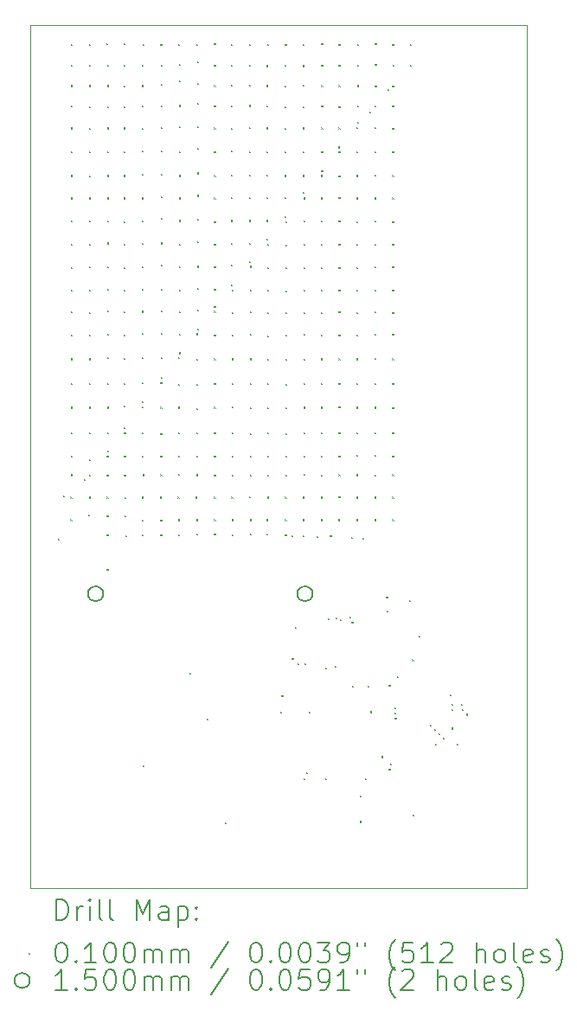
<source format=gbr>
%TF.GenerationSoftware,KiCad,Pcbnew,8.0.0*%
%TF.CreationDate,2024-03-20T12:44:37-05:00*%
%TF.ProjectId,tetrisBusinessCard,74657472-6973-4427-9573-696e65737343,rev?*%
%TF.SameCoordinates,Original*%
%TF.FileFunction,Drillmap*%
%TF.FilePolarity,Positive*%
%FSLAX45Y45*%
G04 Gerber Fmt 4.5, Leading zero omitted, Abs format (unit mm)*
G04 Created by KiCad (PCBNEW 8.0.0) date 2024-03-20 12:44:37*
%MOMM*%
%LPD*%
G01*
G04 APERTURE LIST*
%ADD10C,0.050000*%
%ADD11C,0.200000*%
%ADD12C,0.100000*%
%ADD13C,0.150000*%
G04 APERTURE END LIST*
D10*
X17320000Y-1975000D02*
X22185000Y-1975000D01*
X22185000Y-10425000D01*
X17320000Y-10425000D01*
X17320000Y-1975000D01*
D11*
D12*
X17590000Y-7005000D02*
X17600000Y-7015000D01*
X17600000Y-7005000D02*
X17590000Y-7015000D01*
X17640000Y-6580000D02*
X17650000Y-6590000D01*
X17650000Y-6580000D02*
X17640000Y-6590000D01*
X17715000Y-6595000D02*
X17725000Y-6605000D01*
X17725000Y-6595000D02*
X17715000Y-6605000D01*
X17715000Y-6815000D02*
X17725000Y-6825000D01*
X17725000Y-6815000D02*
X17715000Y-6825000D01*
X17720000Y-2160000D02*
X17730000Y-2170000D01*
X17730000Y-2160000D02*
X17720000Y-2170000D01*
X17720000Y-2365000D02*
X17730000Y-2375000D01*
X17730000Y-2365000D02*
X17720000Y-2375000D01*
X17720000Y-2565000D02*
X17730000Y-2575000D01*
X17730000Y-2565000D02*
X17720000Y-2575000D01*
X17720000Y-2765000D02*
X17730000Y-2775000D01*
X17730000Y-2765000D02*
X17720000Y-2775000D01*
X17720000Y-2980000D02*
X17730000Y-2990000D01*
X17730000Y-2980000D02*
X17720000Y-2990000D01*
X17720000Y-3210000D02*
X17730000Y-3220000D01*
X17730000Y-3210000D02*
X17720000Y-3220000D01*
X17720000Y-3445000D02*
X17730000Y-3455000D01*
X17730000Y-3445000D02*
X17720000Y-3455000D01*
X17720000Y-3665000D02*
X17730000Y-3675000D01*
X17730000Y-3665000D02*
X17720000Y-3675000D01*
X17720000Y-3890000D02*
X17730000Y-3900000D01*
X17730000Y-3890000D02*
X17720000Y-3900000D01*
X17720000Y-4115000D02*
X17730000Y-4125000D01*
X17730000Y-4115000D02*
X17720000Y-4125000D01*
X17720000Y-4345000D02*
X17730000Y-4355000D01*
X17730000Y-4345000D02*
X17720000Y-4355000D01*
X17720000Y-4565000D02*
X17730000Y-4575000D01*
X17730000Y-4565000D02*
X17720000Y-4575000D01*
X17720000Y-4780000D02*
X17730000Y-4790000D01*
X17730000Y-4780000D02*
X17720000Y-4790000D01*
X17720000Y-5005000D02*
X17730000Y-5015000D01*
X17730000Y-5005000D02*
X17720000Y-5015000D01*
X17720000Y-5240000D02*
X17730000Y-5250000D01*
X17730000Y-5240000D02*
X17720000Y-5250000D01*
X17720000Y-5480000D02*
X17730000Y-5490000D01*
X17730000Y-5480000D02*
X17720000Y-5490000D01*
X17720000Y-5715000D02*
X17730000Y-5725000D01*
X17730000Y-5715000D02*
X17720000Y-5725000D01*
X17720000Y-5965000D02*
X17730000Y-5975000D01*
X17730000Y-5965000D02*
X17720000Y-5975000D01*
X17720000Y-6195000D02*
X17730000Y-6205000D01*
X17730000Y-6195000D02*
X17720000Y-6205000D01*
X17720000Y-6375000D02*
X17730000Y-6385000D01*
X17730000Y-6375000D02*
X17720000Y-6385000D01*
X17845000Y-6420000D02*
X17855000Y-6430000D01*
X17855000Y-6420000D02*
X17845000Y-6430000D01*
X17890000Y-6770000D02*
X17900000Y-6780000D01*
X17900000Y-6770000D02*
X17890000Y-6780000D01*
X17895000Y-2165000D02*
X17905000Y-2175000D01*
X17905000Y-2165000D02*
X17895000Y-2175000D01*
X17895000Y-2365000D02*
X17905000Y-2375000D01*
X17905000Y-2365000D02*
X17895000Y-2375000D01*
X17895000Y-2565000D02*
X17905000Y-2575000D01*
X17905000Y-2565000D02*
X17895000Y-2575000D01*
X17895000Y-2770000D02*
X17905000Y-2780000D01*
X17905000Y-2770000D02*
X17895000Y-2780000D01*
X17895000Y-2985000D02*
X17905000Y-2995000D01*
X17905000Y-2985000D02*
X17895000Y-2995000D01*
X17895000Y-3215000D02*
X17905000Y-3225000D01*
X17905000Y-3215000D02*
X17895000Y-3225000D01*
X17895000Y-3450000D02*
X17905000Y-3460000D01*
X17905000Y-3450000D02*
X17895000Y-3460000D01*
X17895000Y-3665000D02*
X17905000Y-3675000D01*
X17905000Y-3665000D02*
X17895000Y-3675000D01*
X17895000Y-3890000D02*
X17905000Y-3900000D01*
X17905000Y-3890000D02*
X17895000Y-3900000D01*
X17895000Y-4115000D02*
X17905000Y-4125000D01*
X17905000Y-4115000D02*
X17895000Y-4125000D01*
X17895000Y-4340000D02*
X17905000Y-4350000D01*
X17905000Y-4340000D02*
X17895000Y-4350000D01*
X17895000Y-4565000D02*
X17905000Y-4575000D01*
X17905000Y-4565000D02*
X17895000Y-4575000D01*
X17895000Y-4785000D02*
X17905000Y-4795000D01*
X17905000Y-4785000D02*
X17895000Y-4795000D01*
X17895000Y-5005000D02*
X17905000Y-5015000D01*
X17905000Y-5005000D02*
X17895000Y-5015000D01*
X17895000Y-5240000D02*
X17905000Y-5250000D01*
X17905000Y-5240000D02*
X17895000Y-5250000D01*
X17895000Y-5480000D02*
X17905000Y-5490000D01*
X17905000Y-5480000D02*
X17895000Y-5490000D01*
X17895000Y-5715000D02*
X17905000Y-5725000D01*
X17905000Y-5715000D02*
X17895000Y-5725000D01*
X17895000Y-5965000D02*
X17905000Y-5975000D01*
X17905000Y-5965000D02*
X17895000Y-5975000D01*
X17895000Y-6230000D02*
X17905000Y-6240000D01*
X17905000Y-6230000D02*
X17895000Y-6240000D01*
X17895000Y-6380000D02*
X17905000Y-6390000D01*
X17905000Y-6380000D02*
X17895000Y-6390000D01*
X17895000Y-6595000D02*
X17905000Y-6605000D01*
X17905000Y-6595000D02*
X17895000Y-6605000D01*
X18065000Y-2155000D02*
X18075000Y-2165000D01*
X18075000Y-2155000D02*
X18065000Y-2165000D01*
X18070000Y-6190000D02*
X18080000Y-6200000D01*
X18080000Y-6190000D02*
X18070000Y-6200000D01*
X18070000Y-6380000D02*
X18080000Y-6390000D01*
X18080000Y-6380000D02*
X18070000Y-6390000D01*
X18070000Y-6595000D02*
X18080000Y-6605000D01*
X18080000Y-6595000D02*
X18070000Y-6605000D01*
X18070000Y-6780000D02*
X18080000Y-6790000D01*
X18080000Y-6780000D02*
X18070000Y-6790000D01*
X18070000Y-6960000D02*
X18080000Y-6970000D01*
X18080000Y-6960000D02*
X18070000Y-6970000D01*
X18070000Y-7305000D02*
X18080000Y-7315000D01*
X18080000Y-7305000D02*
X18070000Y-7315000D01*
X18076202Y-2365000D02*
X18086202Y-2375000D01*
X18086202Y-2365000D02*
X18076202Y-2375000D01*
X18076202Y-2565000D02*
X18086202Y-2575000D01*
X18086202Y-2565000D02*
X18076202Y-2575000D01*
X18076202Y-2770000D02*
X18086202Y-2780000D01*
X18086202Y-2770000D02*
X18076202Y-2780000D01*
X18076202Y-2980000D02*
X18086202Y-2990000D01*
X18086202Y-2980000D02*
X18076202Y-2990000D01*
X18076202Y-3215000D02*
X18086202Y-3225000D01*
X18086202Y-3215000D02*
X18076202Y-3225000D01*
X18076202Y-3445000D02*
X18086202Y-3455000D01*
X18086202Y-3445000D02*
X18076202Y-3455000D01*
X18076202Y-3665000D02*
X18086202Y-3675000D01*
X18086202Y-3665000D02*
X18076202Y-3675000D01*
X18076202Y-3890569D02*
X18086202Y-3900569D01*
X18086202Y-3890569D02*
X18076202Y-3900569D01*
X18076202Y-4105000D02*
X18086202Y-4115000D01*
X18086202Y-4105000D02*
X18076202Y-4115000D01*
X18076202Y-4340000D02*
X18086202Y-4350000D01*
X18086202Y-4340000D02*
X18076202Y-4350000D01*
X18076202Y-4560000D02*
X18086202Y-4570000D01*
X18086202Y-4560000D02*
X18076202Y-4570000D01*
X18076202Y-4770000D02*
X18086202Y-4780000D01*
X18086202Y-4770000D02*
X18076202Y-4780000D01*
X18076202Y-5000000D02*
X18086202Y-5010000D01*
X18086202Y-5000000D02*
X18076202Y-5010000D01*
X18076202Y-5230000D02*
X18086202Y-5240000D01*
X18086202Y-5230000D02*
X18076202Y-5240000D01*
X18076202Y-5485000D02*
X18086202Y-5495000D01*
X18086202Y-5485000D02*
X18076202Y-5495000D01*
X18076202Y-5715000D02*
X18086202Y-5725000D01*
X18086202Y-5715000D02*
X18076202Y-5725000D01*
X18076202Y-5965000D02*
X18086202Y-5975000D01*
X18086202Y-5965000D02*
X18076202Y-5975000D01*
X18076202Y-6140386D02*
X18086202Y-6150386D01*
X18086202Y-6140386D02*
X18076202Y-6150386D01*
X18233206Y-2156915D02*
X18243206Y-2166915D01*
X18243206Y-2156915D02*
X18233206Y-2166915D01*
X18235000Y-2365000D02*
X18245000Y-2375000D01*
X18245000Y-2365000D02*
X18235000Y-2375000D01*
X18235000Y-2570000D02*
X18245000Y-2580000D01*
X18245000Y-2570000D02*
X18235000Y-2580000D01*
X18235000Y-2770000D02*
X18245000Y-2780000D01*
X18245000Y-2770000D02*
X18235000Y-2780000D01*
X18235000Y-2980000D02*
X18245000Y-2990000D01*
X18245000Y-2980000D02*
X18235000Y-2990000D01*
X18235000Y-3215000D02*
X18245000Y-3225000D01*
X18245000Y-3215000D02*
X18235000Y-3225000D01*
X18235000Y-3445000D02*
X18245000Y-3455000D01*
X18245000Y-3445000D02*
X18235000Y-3455000D01*
X18235000Y-3665000D02*
X18245000Y-3675000D01*
X18245000Y-3665000D02*
X18235000Y-3675000D01*
X18235000Y-3895000D02*
X18245000Y-3905000D01*
X18245000Y-3895000D02*
X18235000Y-3905000D01*
X18235000Y-4115000D02*
X18245000Y-4125000D01*
X18245000Y-4115000D02*
X18235000Y-4125000D01*
X18235000Y-4345000D02*
X18245000Y-4355000D01*
X18245000Y-4345000D02*
X18235000Y-4355000D01*
X18235000Y-4565000D02*
X18245000Y-4575000D01*
X18245000Y-4565000D02*
X18235000Y-4575000D01*
X18235000Y-4780000D02*
X18245000Y-4790000D01*
X18245000Y-4780000D02*
X18235000Y-4790000D01*
X18235000Y-5005000D02*
X18245000Y-5015000D01*
X18245000Y-5005000D02*
X18235000Y-5015000D01*
X18235000Y-5235000D02*
X18245000Y-5245000D01*
X18245000Y-5235000D02*
X18235000Y-5245000D01*
X18235000Y-5480000D02*
X18245000Y-5490000D01*
X18245000Y-5480000D02*
X18235000Y-5490000D01*
X18235000Y-5705000D02*
X18245000Y-5715000D01*
X18245000Y-5705000D02*
X18235000Y-5715000D01*
X18235000Y-5915000D02*
X18245000Y-5925000D01*
X18245000Y-5915000D02*
X18235000Y-5925000D01*
X18240000Y-5965000D02*
X18250000Y-5975000D01*
X18250000Y-5965000D02*
X18240000Y-5975000D01*
X18240000Y-6190000D02*
X18250000Y-6200000D01*
X18250000Y-6190000D02*
X18240000Y-6200000D01*
X18240000Y-6380000D02*
X18250000Y-6390000D01*
X18250000Y-6380000D02*
X18240000Y-6390000D01*
X18241399Y-6598870D02*
X18251399Y-6608870D01*
X18251399Y-6598870D02*
X18241399Y-6608870D01*
X18245000Y-6775000D02*
X18255000Y-6785000D01*
X18255000Y-6775000D02*
X18245000Y-6785000D01*
X18250000Y-6970000D02*
X18260000Y-6980000D01*
X18260000Y-6970000D02*
X18250000Y-6980000D01*
X18415000Y-2365000D02*
X18425000Y-2375000D01*
X18425000Y-2365000D02*
X18415000Y-2375000D01*
X18415000Y-2565000D02*
X18425000Y-2575000D01*
X18425000Y-2565000D02*
X18415000Y-2575000D01*
X18415000Y-2765000D02*
X18425000Y-2775000D01*
X18425000Y-2765000D02*
X18415000Y-2775000D01*
X18415000Y-2985000D02*
X18425000Y-2995000D01*
X18425000Y-2985000D02*
X18415000Y-2995000D01*
X18415000Y-3205000D02*
X18425000Y-3215000D01*
X18425000Y-3205000D02*
X18415000Y-3215000D01*
X18415000Y-3435000D02*
X18425000Y-3445000D01*
X18425000Y-3435000D02*
X18415000Y-3445000D01*
X18415000Y-3665000D02*
X18425000Y-3675000D01*
X18425000Y-3665000D02*
X18415000Y-3675000D01*
X18415000Y-3890000D02*
X18425000Y-3900000D01*
X18425000Y-3890000D02*
X18415000Y-3900000D01*
X18415000Y-4110000D02*
X18425000Y-4120000D01*
X18425000Y-4110000D02*
X18415000Y-4120000D01*
X18415000Y-4340000D02*
X18425000Y-4350000D01*
X18425000Y-4340000D02*
X18415000Y-4350000D01*
X18415000Y-4560000D02*
X18425000Y-4570000D01*
X18425000Y-4560000D02*
X18415000Y-4570000D01*
X18415000Y-4775000D02*
X18425000Y-4785000D01*
X18425000Y-4775000D02*
X18415000Y-4785000D01*
X18415000Y-4992791D02*
X18425000Y-5002791D01*
X18425000Y-4992791D02*
X18415000Y-5002791D01*
X18415000Y-5230000D02*
X18425000Y-5240000D01*
X18425000Y-5230000D02*
X18415000Y-5240000D01*
X18415000Y-5470000D02*
X18425000Y-5480000D01*
X18425000Y-5470000D02*
X18415000Y-5480000D01*
X18415000Y-5660000D02*
X18425000Y-5670000D01*
X18425000Y-5660000D02*
X18415000Y-5670000D01*
X18415000Y-5710000D02*
X18425000Y-5720000D01*
X18425000Y-5710000D02*
X18415000Y-5720000D01*
X18415000Y-5965000D02*
X18425000Y-5975000D01*
X18425000Y-5965000D02*
X18415000Y-5975000D01*
X18415000Y-6194560D02*
X18425000Y-6204560D01*
X18425000Y-6194560D02*
X18415000Y-6204560D01*
X18415000Y-6595000D02*
X18425000Y-6605000D01*
X18425000Y-6595000D02*
X18415000Y-6605000D01*
X18415000Y-6820000D02*
X18425000Y-6830000D01*
X18425000Y-6820000D02*
X18415000Y-6830000D01*
X18415000Y-6959949D02*
X18425000Y-6969949D01*
X18425000Y-6959949D02*
X18415000Y-6969949D01*
X18420000Y-2160000D02*
X18430000Y-2170000D01*
X18430000Y-2160000D02*
X18420000Y-2170000D01*
X18420000Y-6375000D02*
X18430000Y-6385000D01*
X18430000Y-6375000D02*
X18420000Y-6385000D01*
X18425000Y-9225000D02*
X18435000Y-9235000D01*
X18435000Y-9225000D02*
X18425000Y-9235000D01*
X18590000Y-6595000D02*
X18600000Y-6605000D01*
X18600000Y-6595000D02*
X18590000Y-6605000D01*
X18595000Y-2160000D02*
X18605000Y-2170000D01*
X18605000Y-2160000D02*
X18595000Y-2170000D01*
X18595000Y-5475000D02*
X18605000Y-5485000D01*
X18605000Y-5475000D02*
X18595000Y-5485000D01*
X18595000Y-5715000D02*
X18605000Y-5725000D01*
X18605000Y-5715000D02*
X18595000Y-5725000D01*
X18595000Y-5970000D02*
X18605000Y-5980000D01*
X18605000Y-5970000D02*
X18595000Y-5980000D01*
X18595000Y-6195000D02*
X18605000Y-6205000D01*
X18605000Y-6195000D02*
X18595000Y-6205000D01*
X18595000Y-6375000D02*
X18605000Y-6385000D01*
X18605000Y-6375000D02*
X18595000Y-6385000D01*
X18595000Y-6820000D02*
X18605000Y-6830000D01*
X18605000Y-6820000D02*
X18595000Y-6830000D01*
X18595000Y-6959949D02*
X18605000Y-6969949D01*
X18605000Y-6959949D02*
X18595000Y-6969949D01*
X18600000Y-2365000D02*
X18610000Y-2375000D01*
X18610000Y-2365000D02*
X18600000Y-2375000D01*
X18600000Y-2555000D02*
X18610000Y-2565000D01*
X18610000Y-2555000D02*
X18600000Y-2565000D01*
X18600000Y-2765000D02*
X18610000Y-2775000D01*
X18610000Y-2765000D02*
X18600000Y-2775000D01*
X18600000Y-2975000D02*
X18610000Y-2985000D01*
X18610000Y-2975000D02*
X18600000Y-2985000D01*
X18600000Y-3205000D02*
X18610000Y-3215000D01*
X18610000Y-3205000D02*
X18600000Y-3215000D01*
X18600000Y-3435000D02*
X18610000Y-3445000D01*
X18610000Y-3435000D02*
X18600000Y-3445000D01*
X18600000Y-3650000D02*
X18610000Y-3660000D01*
X18610000Y-3650000D02*
X18600000Y-3660000D01*
X18600000Y-3865000D02*
X18610000Y-3875000D01*
X18610000Y-3865000D02*
X18600000Y-3875000D01*
X18600000Y-4105000D02*
X18610000Y-4115000D01*
X18610000Y-4105000D02*
X18600000Y-4115000D01*
X18600000Y-4320000D02*
X18610000Y-4330000D01*
X18610000Y-4320000D02*
X18600000Y-4330000D01*
X18600000Y-4560000D02*
X18610000Y-4570000D01*
X18610000Y-4560000D02*
X18600000Y-4570000D01*
X18600000Y-4770000D02*
X18610000Y-4780000D01*
X18610000Y-4770000D02*
X18600000Y-4780000D01*
X18600000Y-4990000D02*
X18610000Y-5000000D01*
X18610000Y-4990000D02*
X18600000Y-5000000D01*
X18600000Y-5225000D02*
X18610000Y-5235000D01*
X18610000Y-5225000D02*
X18600000Y-5235000D01*
X18600000Y-5425000D02*
X18610000Y-5435000D01*
X18610000Y-5425000D02*
X18600000Y-5435000D01*
X18765000Y-6595000D02*
X18775000Y-6605000D01*
X18775000Y-6595000D02*
X18765000Y-6605000D01*
X18770000Y-2160000D02*
X18780000Y-2170000D01*
X18780000Y-2160000D02*
X18770000Y-2170000D01*
X18770000Y-5230000D02*
X18780000Y-5240000D01*
X18780000Y-5230000D02*
X18770000Y-5240000D01*
X18770000Y-5490000D02*
X18780000Y-5500000D01*
X18780000Y-5490000D02*
X18770000Y-5500000D01*
X18770000Y-5715000D02*
X18780000Y-5725000D01*
X18780000Y-5715000D02*
X18770000Y-5725000D01*
X18770000Y-5965000D02*
X18780000Y-5975000D01*
X18780000Y-5965000D02*
X18770000Y-5975000D01*
X18770000Y-6190000D02*
X18780000Y-6200000D01*
X18780000Y-6190000D02*
X18770000Y-6200000D01*
X18770000Y-6370000D02*
X18780000Y-6380000D01*
X18780000Y-6370000D02*
X18770000Y-6380000D01*
X18770000Y-6815000D02*
X18780000Y-6825000D01*
X18780000Y-6815000D02*
X18770000Y-6825000D01*
X18770000Y-6959949D02*
X18780000Y-6969949D01*
X18780000Y-6959949D02*
X18770000Y-6969949D01*
X18775522Y-2360000D02*
X18785522Y-2370000D01*
X18785522Y-2360000D02*
X18775522Y-2370000D01*
X18775522Y-2515000D02*
X18785522Y-2525000D01*
X18785522Y-2515000D02*
X18775522Y-2525000D01*
X18775522Y-2760000D02*
X18785522Y-2770000D01*
X18785522Y-2760000D02*
X18775522Y-2770000D01*
X18775522Y-2970000D02*
X18785522Y-2980000D01*
X18785522Y-2970000D02*
X18775522Y-2980000D01*
X18775522Y-3210000D02*
X18785522Y-3220000D01*
X18785522Y-3210000D02*
X18775522Y-3220000D01*
X18775522Y-3445000D02*
X18785522Y-3455000D01*
X18785522Y-3445000D02*
X18775522Y-3455000D01*
X18775522Y-3665000D02*
X18785522Y-3675000D01*
X18785522Y-3665000D02*
X18775522Y-3675000D01*
X18775522Y-3885000D02*
X18785522Y-3895000D01*
X18785522Y-3885000D02*
X18775522Y-3895000D01*
X18775522Y-4115000D02*
X18785522Y-4125000D01*
X18785522Y-4115000D02*
X18775522Y-4125000D01*
X18775522Y-4340000D02*
X18785522Y-4350000D01*
X18785522Y-4340000D02*
X18775522Y-4350000D01*
X18775522Y-4570000D02*
X18785522Y-4580000D01*
X18785522Y-4570000D02*
X18775522Y-4580000D01*
X18775522Y-4780000D02*
X18785522Y-4790000D01*
X18785522Y-4780000D02*
X18775522Y-4790000D01*
X18775522Y-5000000D02*
X18785522Y-5010000D01*
X18785522Y-5000000D02*
X18775522Y-5010000D01*
X18775522Y-5180306D02*
X18785522Y-5190306D01*
X18785522Y-5180306D02*
X18775522Y-5190306D01*
X18880000Y-8320000D02*
X18890000Y-8330000D01*
X18890000Y-8320000D02*
X18880000Y-8330000D01*
X18940000Y-6595000D02*
X18950000Y-6605000D01*
X18950000Y-6595000D02*
X18940000Y-6605000D01*
X18945000Y-2160000D02*
X18955000Y-2170000D01*
X18955000Y-2160000D02*
X18945000Y-2170000D01*
X18945000Y-5245000D02*
X18955000Y-5255000D01*
X18955000Y-5245000D02*
X18945000Y-5255000D01*
X18945000Y-5490000D02*
X18955000Y-5500000D01*
X18955000Y-5490000D02*
X18945000Y-5500000D01*
X18945000Y-5725000D02*
X18955000Y-5735000D01*
X18955000Y-5725000D02*
X18945000Y-5735000D01*
X18945000Y-5965000D02*
X18955000Y-5975000D01*
X18955000Y-5965000D02*
X18945000Y-5975000D01*
X18945000Y-6190000D02*
X18955000Y-6200000D01*
X18955000Y-6190000D02*
X18945000Y-6200000D01*
X18945000Y-6375000D02*
X18955000Y-6385000D01*
X18955000Y-6375000D02*
X18945000Y-6385000D01*
X18945000Y-6815000D02*
X18955000Y-6825000D01*
X18955000Y-6815000D02*
X18945000Y-6825000D01*
X18945000Y-6957828D02*
X18955000Y-6967828D01*
X18955000Y-6957828D02*
X18945000Y-6967828D01*
X18950000Y-4995000D02*
X18960000Y-5005000D01*
X18960000Y-4995000D02*
X18950000Y-5005000D01*
X18955000Y-2335000D02*
X18965000Y-2345000D01*
X18965000Y-2335000D02*
X18955000Y-2345000D01*
X18955000Y-2545000D02*
X18965000Y-2555000D01*
X18965000Y-2545000D02*
X18955000Y-2555000D01*
X18955000Y-2740000D02*
X18965000Y-2750000D01*
X18965000Y-2740000D02*
X18955000Y-2750000D01*
X18955000Y-2965000D02*
X18965000Y-2975000D01*
X18965000Y-2965000D02*
X18955000Y-2975000D01*
X18955000Y-3180000D02*
X18965000Y-3190000D01*
X18965000Y-3180000D02*
X18955000Y-3190000D01*
X18955000Y-3420000D02*
X18965000Y-3430000D01*
X18965000Y-3420000D02*
X18955000Y-3430000D01*
X18955000Y-3640000D02*
X18965000Y-3650000D01*
X18965000Y-3640000D02*
X18955000Y-3650000D01*
X18955000Y-3870000D02*
X18965000Y-3880000D01*
X18965000Y-3870000D02*
X18955000Y-3880000D01*
X18955000Y-4090000D02*
X18965000Y-4100000D01*
X18965000Y-4090000D02*
X18955000Y-4100000D01*
X18955000Y-4335000D02*
X18965000Y-4345000D01*
X18965000Y-4335000D02*
X18955000Y-4345000D01*
X18955000Y-4550000D02*
X18965000Y-4560000D01*
X18965000Y-4550000D02*
X18955000Y-4560000D01*
X18955000Y-4765000D02*
X18965000Y-4775000D01*
X18965000Y-4765000D02*
X18955000Y-4775000D01*
X18955000Y-4945000D02*
X18965000Y-4955000D01*
X18965000Y-4945000D02*
X18955000Y-4955000D01*
X19045000Y-8765000D02*
X19055000Y-8775000D01*
X19055000Y-8765000D02*
X19045000Y-8775000D01*
X19120000Y-2155000D02*
X19130000Y-2165000D01*
X19130000Y-2155000D02*
X19120000Y-2165000D01*
X19120000Y-2365000D02*
X19130000Y-2375000D01*
X19130000Y-2365000D02*
X19120000Y-2375000D01*
X19120000Y-2565000D02*
X19130000Y-2575000D01*
X19130000Y-2565000D02*
X19120000Y-2575000D01*
X19120000Y-2765000D02*
X19130000Y-2775000D01*
X19130000Y-2765000D02*
X19120000Y-2775000D01*
X19120000Y-2980000D02*
X19130000Y-2990000D01*
X19130000Y-2980000D02*
X19120000Y-2990000D01*
X19120000Y-3210000D02*
X19130000Y-3220000D01*
X19130000Y-3210000D02*
X19120000Y-3220000D01*
X19120000Y-3445000D02*
X19130000Y-3455000D01*
X19130000Y-3445000D02*
X19120000Y-3455000D01*
X19120000Y-3665000D02*
X19130000Y-3675000D01*
X19130000Y-3665000D02*
X19120000Y-3675000D01*
X19120000Y-3895000D02*
X19130000Y-3905000D01*
X19130000Y-3895000D02*
X19120000Y-3905000D01*
X19120000Y-4120000D02*
X19130000Y-4130000D01*
X19130000Y-4120000D02*
X19120000Y-4130000D01*
X19120000Y-4340000D02*
X19130000Y-4350000D01*
X19130000Y-4340000D02*
X19120000Y-4350000D01*
X19120000Y-4560000D02*
X19130000Y-4570000D01*
X19130000Y-4560000D02*
X19120000Y-4570000D01*
X19120000Y-4725000D02*
X19130000Y-4735000D01*
X19130000Y-4725000D02*
X19120000Y-4735000D01*
X19120000Y-4775000D02*
X19130000Y-4785000D01*
X19130000Y-4775000D02*
X19120000Y-4785000D01*
X19120000Y-5005000D02*
X19130000Y-5015000D01*
X19130000Y-5005000D02*
X19120000Y-5015000D01*
X19120000Y-5240000D02*
X19130000Y-5250000D01*
X19130000Y-5240000D02*
X19120000Y-5250000D01*
X19120000Y-5480000D02*
X19130000Y-5490000D01*
X19130000Y-5480000D02*
X19120000Y-5490000D01*
X19120000Y-5715000D02*
X19130000Y-5725000D01*
X19130000Y-5715000D02*
X19120000Y-5725000D01*
X19120000Y-5965000D02*
X19130000Y-5975000D01*
X19130000Y-5965000D02*
X19120000Y-5975000D01*
X19120000Y-6190000D02*
X19130000Y-6200000D01*
X19130000Y-6190000D02*
X19120000Y-6200000D01*
X19120000Y-6380000D02*
X19130000Y-6390000D01*
X19130000Y-6380000D02*
X19120000Y-6390000D01*
X19120000Y-6595000D02*
X19130000Y-6605000D01*
X19130000Y-6595000D02*
X19120000Y-6605000D01*
X19120000Y-6815000D02*
X19130000Y-6825000D01*
X19130000Y-6815000D02*
X19120000Y-6825000D01*
X19120000Y-6957828D02*
X19130000Y-6967828D01*
X19130000Y-6957828D02*
X19120000Y-6967828D01*
X19225000Y-9780000D02*
X19235000Y-9790000D01*
X19235000Y-9780000D02*
X19225000Y-9790000D01*
X19285000Y-2160000D02*
X19295000Y-2170000D01*
X19295000Y-2160000D02*
X19285000Y-2170000D01*
X19285681Y-2365000D02*
X19295681Y-2375000D01*
X19295681Y-2365000D02*
X19285681Y-2375000D01*
X19285681Y-2560000D02*
X19295681Y-2570000D01*
X19295681Y-2560000D02*
X19285681Y-2570000D01*
X19285681Y-2765000D02*
X19295681Y-2775000D01*
X19295681Y-2765000D02*
X19285681Y-2775000D01*
X19285681Y-2985000D02*
X19295681Y-2995000D01*
X19295681Y-2985000D02*
X19285681Y-2995000D01*
X19285681Y-3204146D02*
X19295681Y-3214146D01*
X19295681Y-3204146D02*
X19285681Y-3214146D01*
X19285681Y-3440000D02*
X19295681Y-3450000D01*
X19295681Y-3440000D02*
X19285681Y-3450000D01*
X19285681Y-3660000D02*
X19295681Y-3670000D01*
X19295681Y-3660000D02*
X19285681Y-3670000D01*
X19285681Y-3885000D02*
X19295681Y-3895000D01*
X19295681Y-3885000D02*
X19285681Y-3895000D01*
X19285681Y-4110000D02*
X19295681Y-4120000D01*
X19295681Y-4110000D02*
X19285681Y-4120000D01*
X19285681Y-4325000D02*
X19295681Y-4335000D01*
X19295681Y-4325000D02*
X19285681Y-4335000D01*
X19285681Y-4515306D02*
X19295681Y-4525306D01*
X19295681Y-4515306D02*
X19285681Y-4525306D01*
X19290000Y-6595000D02*
X19300000Y-6605000D01*
X19300000Y-6595000D02*
X19290000Y-6605000D01*
X19295000Y-4565000D02*
X19305000Y-4575000D01*
X19305000Y-4565000D02*
X19295000Y-4575000D01*
X19295000Y-4790000D02*
X19305000Y-4800000D01*
X19305000Y-4790000D02*
X19295000Y-4800000D01*
X19295000Y-5005000D02*
X19305000Y-5015000D01*
X19305000Y-5005000D02*
X19295000Y-5015000D01*
X19295000Y-5240000D02*
X19305000Y-5250000D01*
X19305000Y-5240000D02*
X19295000Y-5250000D01*
X19295000Y-5485000D02*
X19305000Y-5495000D01*
X19305000Y-5485000D02*
X19295000Y-5495000D01*
X19295000Y-5710000D02*
X19305000Y-5720000D01*
X19305000Y-5710000D02*
X19295000Y-5720000D01*
X19295000Y-5965000D02*
X19305000Y-5975000D01*
X19305000Y-5965000D02*
X19295000Y-5975000D01*
X19295000Y-6190000D02*
X19305000Y-6200000D01*
X19305000Y-6190000D02*
X19295000Y-6200000D01*
X19295000Y-6380000D02*
X19305000Y-6390000D01*
X19305000Y-6380000D02*
X19295000Y-6390000D01*
X19295000Y-6815000D02*
X19305000Y-6825000D01*
X19305000Y-6815000D02*
X19295000Y-6825000D01*
X19295000Y-6959949D02*
X19305000Y-6969949D01*
X19305000Y-6959949D02*
X19295000Y-6969949D01*
X19460000Y-2160000D02*
X19470000Y-2170000D01*
X19470000Y-2160000D02*
X19460000Y-2170000D01*
X19460376Y-2365000D02*
X19470376Y-2375000D01*
X19470376Y-2365000D02*
X19460376Y-2375000D01*
X19460376Y-2560000D02*
X19470376Y-2570000D01*
X19470376Y-2560000D02*
X19460376Y-2570000D01*
X19460376Y-2760000D02*
X19470376Y-2770000D01*
X19470376Y-2760000D02*
X19460376Y-2770000D01*
X19460376Y-2975000D02*
X19470376Y-2985000D01*
X19470376Y-2975000D02*
X19460376Y-2985000D01*
X19460376Y-3210000D02*
X19470376Y-3220000D01*
X19470376Y-3210000D02*
X19460376Y-3220000D01*
X19460376Y-3440000D02*
X19470376Y-3450000D01*
X19470376Y-3440000D02*
X19460376Y-3450000D01*
X19460376Y-3660000D02*
X19470376Y-3670000D01*
X19470376Y-3660000D02*
X19460376Y-3670000D01*
X19460376Y-3885000D02*
X19470376Y-3895000D01*
X19470376Y-3885000D02*
X19460376Y-3895000D01*
X19460376Y-4110000D02*
X19470376Y-4120000D01*
X19470376Y-4110000D02*
X19460376Y-4120000D01*
X19460376Y-4285935D02*
X19470376Y-4295935D01*
X19470376Y-4285935D02*
X19460376Y-4295935D01*
X19464253Y-6593806D02*
X19474253Y-6603806D01*
X19474253Y-6593806D02*
X19464253Y-6603806D01*
X19470000Y-4335000D02*
X19480000Y-4345000D01*
X19480000Y-4335000D02*
X19470000Y-4345000D01*
X19470000Y-4565000D02*
X19480000Y-4575000D01*
X19480000Y-4565000D02*
X19470000Y-4575000D01*
X19470000Y-4780000D02*
X19480000Y-4790000D01*
X19480000Y-4780000D02*
X19470000Y-4790000D01*
X19470000Y-5000000D02*
X19480000Y-5010000D01*
X19480000Y-5000000D02*
X19470000Y-5010000D01*
X19470000Y-5240000D02*
X19480000Y-5250000D01*
X19480000Y-5240000D02*
X19470000Y-5250000D01*
X19470000Y-5485000D02*
X19480000Y-5495000D01*
X19480000Y-5485000D02*
X19470000Y-5495000D01*
X19470000Y-5720000D02*
X19480000Y-5730000D01*
X19480000Y-5720000D02*
X19470000Y-5730000D01*
X19470000Y-5970000D02*
X19480000Y-5980000D01*
X19480000Y-5970000D02*
X19470000Y-5980000D01*
X19470000Y-6190000D02*
X19480000Y-6200000D01*
X19480000Y-6190000D02*
X19470000Y-6200000D01*
X19470000Y-6380000D02*
X19480000Y-6390000D01*
X19480000Y-6380000D02*
X19470000Y-6390000D01*
X19470000Y-6815000D02*
X19480000Y-6825000D01*
X19480000Y-6815000D02*
X19470000Y-6825000D01*
X19470000Y-6957828D02*
X19480000Y-6967828D01*
X19480000Y-6957828D02*
X19470000Y-6967828D01*
X19635000Y-6815000D02*
X19645000Y-6825000D01*
X19645000Y-6815000D02*
X19635000Y-6825000D01*
X19635000Y-6957828D02*
X19645000Y-6967828D01*
X19645000Y-6957828D02*
X19635000Y-6967828D01*
X19635466Y-2370000D02*
X19645466Y-2380000D01*
X19645466Y-2370000D02*
X19635466Y-2380000D01*
X19635466Y-2565000D02*
X19645466Y-2575000D01*
X19645466Y-2565000D02*
X19635466Y-2575000D01*
X19635466Y-2765000D02*
X19645466Y-2775000D01*
X19645466Y-2765000D02*
X19635466Y-2775000D01*
X19635466Y-2980000D02*
X19645466Y-2990000D01*
X19645466Y-2980000D02*
X19635466Y-2990000D01*
X19635466Y-3215000D02*
X19645466Y-3225000D01*
X19645466Y-3215000D02*
X19635466Y-3225000D01*
X19635466Y-3440000D02*
X19645466Y-3450000D01*
X19645466Y-3440000D02*
X19635466Y-3450000D01*
X19635466Y-3660000D02*
X19645466Y-3670000D01*
X19645466Y-3660000D02*
X19635466Y-3670000D01*
X19635466Y-3885000D02*
X19645466Y-3895000D01*
X19645466Y-3885000D02*
X19635466Y-3895000D01*
X19635466Y-4065206D02*
X19645466Y-4075206D01*
X19645466Y-4065206D02*
X19635466Y-4075206D01*
X19640000Y-2160000D02*
X19650000Y-2170000D01*
X19650000Y-2160000D02*
X19640000Y-2170000D01*
X19640000Y-4115000D02*
X19650000Y-4125000D01*
X19650000Y-4115000D02*
X19640000Y-4125000D01*
X19640000Y-4350000D02*
X19650000Y-4360000D01*
X19650000Y-4350000D02*
X19640000Y-4360000D01*
X19640000Y-4570000D02*
X19650000Y-4580000D01*
X19650000Y-4570000D02*
X19640000Y-4580000D01*
X19640000Y-4785000D02*
X19650000Y-4795000D01*
X19650000Y-4785000D02*
X19640000Y-4795000D01*
X19640000Y-5015000D02*
X19650000Y-5025000D01*
X19650000Y-5015000D02*
X19640000Y-5025000D01*
X19640000Y-5245000D02*
X19650000Y-5255000D01*
X19650000Y-5245000D02*
X19640000Y-5255000D01*
X19640000Y-5485000D02*
X19650000Y-5495000D01*
X19650000Y-5485000D02*
X19640000Y-5495000D01*
X19640000Y-5720000D02*
X19650000Y-5730000D01*
X19650000Y-5720000D02*
X19640000Y-5730000D01*
X19640000Y-5965000D02*
X19650000Y-5975000D01*
X19650000Y-5965000D02*
X19640000Y-5975000D01*
X19640000Y-6190000D02*
X19650000Y-6200000D01*
X19650000Y-6190000D02*
X19640000Y-6200000D01*
X19640000Y-6380000D02*
X19650000Y-6390000D01*
X19650000Y-6380000D02*
X19640000Y-6390000D01*
X19640000Y-6595000D02*
X19650000Y-6605000D01*
X19650000Y-6595000D02*
X19640000Y-6605000D01*
X19765000Y-8700000D02*
X19775000Y-8710000D01*
X19775000Y-8700000D02*
X19765000Y-8710000D01*
X19780000Y-8540000D02*
X19790000Y-8550000D01*
X19790000Y-8540000D02*
X19780000Y-8550000D01*
X19810485Y-2365000D02*
X19820485Y-2375000D01*
X19820485Y-2365000D02*
X19810485Y-2375000D01*
X19810485Y-2570000D02*
X19820485Y-2580000D01*
X19820485Y-2570000D02*
X19810485Y-2580000D01*
X19810485Y-2770000D02*
X19820485Y-2780000D01*
X19820485Y-2770000D02*
X19810485Y-2780000D01*
X19810485Y-2985000D02*
X19820485Y-2995000D01*
X19820485Y-2985000D02*
X19810485Y-2995000D01*
X19810485Y-3215000D02*
X19820485Y-3225000D01*
X19820485Y-3215000D02*
X19810485Y-3225000D01*
X19810485Y-3445000D02*
X19820485Y-3455000D01*
X19820485Y-3445000D02*
X19810485Y-3455000D01*
X19810485Y-3660000D02*
X19820485Y-3670000D01*
X19820485Y-3660000D02*
X19810485Y-3670000D01*
X19810485Y-3845913D02*
X19820485Y-3855913D01*
X19820485Y-3845913D02*
X19810485Y-3855913D01*
X19815000Y-2165000D02*
X19825000Y-2175000D01*
X19825000Y-2165000D02*
X19815000Y-2175000D01*
X19815000Y-6595000D02*
X19825000Y-6605000D01*
X19825000Y-6595000D02*
X19815000Y-6605000D01*
X19815000Y-6815000D02*
X19825000Y-6825000D01*
X19825000Y-6815000D02*
X19815000Y-6825000D01*
X19815000Y-6959949D02*
X19825000Y-6969949D01*
X19825000Y-6959949D02*
X19815000Y-6969949D01*
X19820000Y-3895000D02*
X19830000Y-3905000D01*
X19830000Y-3895000D02*
X19820000Y-3905000D01*
X19820000Y-4125000D02*
X19830000Y-4135000D01*
X19830000Y-4125000D02*
X19820000Y-4135000D01*
X19820000Y-4350000D02*
X19830000Y-4360000D01*
X19830000Y-4350000D02*
X19820000Y-4360000D01*
X19820000Y-4575000D02*
X19830000Y-4585000D01*
X19830000Y-4575000D02*
X19820000Y-4585000D01*
X19820000Y-4790000D02*
X19830000Y-4800000D01*
X19830000Y-4790000D02*
X19820000Y-4800000D01*
X19820000Y-5010000D02*
X19830000Y-5020000D01*
X19830000Y-5010000D02*
X19820000Y-5020000D01*
X19820000Y-5245000D02*
X19830000Y-5255000D01*
X19830000Y-5245000D02*
X19820000Y-5255000D01*
X19820000Y-5490000D02*
X19830000Y-5500000D01*
X19830000Y-5490000D02*
X19820000Y-5500000D01*
X19820000Y-5720000D02*
X19830000Y-5730000D01*
X19830000Y-5720000D02*
X19820000Y-5730000D01*
X19820000Y-5970000D02*
X19830000Y-5980000D01*
X19830000Y-5970000D02*
X19820000Y-5980000D01*
X19820000Y-6195000D02*
X19830000Y-6205000D01*
X19830000Y-6195000D02*
X19820000Y-6205000D01*
X19820000Y-6380000D02*
X19830000Y-6390000D01*
X19830000Y-6380000D02*
X19820000Y-6390000D01*
X19880000Y-6975000D02*
X19890000Y-6985000D01*
X19890000Y-6975000D02*
X19880000Y-6985000D01*
X19881458Y-8176128D02*
X19891458Y-8186128D01*
X19891458Y-8176128D02*
X19881458Y-8186128D01*
X19910000Y-7871569D02*
X19920000Y-7881569D01*
X19920000Y-7871569D02*
X19910000Y-7881569D01*
X19938552Y-8222460D02*
X19948552Y-8232460D01*
X19948552Y-8222460D02*
X19938552Y-8232460D01*
X19985000Y-2160000D02*
X19995000Y-2170000D01*
X19995000Y-2160000D02*
X19985000Y-2170000D01*
X19985000Y-2370000D02*
X19995000Y-2380000D01*
X19995000Y-2370000D02*
X19985000Y-2380000D01*
X19985000Y-2560000D02*
X19995000Y-2570000D01*
X19995000Y-2560000D02*
X19985000Y-2570000D01*
X19985000Y-2775000D02*
X19995000Y-2785000D01*
X19995000Y-2775000D02*
X19985000Y-2785000D01*
X19985000Y-2980000D02*
X19995000Y-2990000D01*
X19995000Y-2980000D02*
X19985000Y-2990000D01*
X19985000Y-3215000D02*
X19995000Y-3225000D01*
X19995000Y-3215000D02*
X19985000Y-3225000D01*
X19985000Y-3445000D02*
X19995000Y-3455000D01*
X19995000Y-3445000D02*
X19985000Y-3455000D01*
X19985681Y-3611243D02*
X19995681Y-3621243D01*
X19995681Y-3611243D02*
X19985681Y-3621243D01*
X19990000Y-6595000D02*
X20000000Y-6605000D01*
X20000000Y-6595000D02*
X19990000Y-6605000D01*
X19990000Y-6815000D02*
X20000000Y-6825000D01*
X20000000Y-6815000D02*
X19990000Y-6825000D01*
X19990000Y-6975000D02*
X20000000Y-6985000D01*
X20000000Y-6975000D02*
X19990000Y-6985000D01*
X19995000Y-3665000D02*
X20005000Y-3675000D01*
X20005000Y-3665000D02*
X19995000Y-3675000D01*
X19995000Y-3890000D02*
X20005000Y-3900000D01*
X20005000Y-3890000D02*
X19995000Y-3900000D01*
X19995000Y-4120000D02*
X20005000Y-4130000D01*
X20005000Y-4120000D02*
X19995000Y-4130000D01*
X19995000Y-4345000D02*
X20005000Y-4355000D01*
X20005000Y-4345000D02*
X19995000Y-4355000D01*
X19995000Y-4565000D02*
X20005000Y-4575000D01*
X20005000Y-4565000D02*
X19995000Y-4575000D01*
X19995000Y-4785000D02*
X20005000Y-4795000D01*
X20005000Y-4785000D02*
X19995000Y-4795000D01*
X19995000Y-5000000D02*
X20005000Y-5010000D01*
X20005000Y-5000000D02*
X19995000Y-5010000D01*
X19995000Y-5245000D02*
X20005000Y-5255000D01*
X20005000Y-5245000D02*
X19995000Y-5255000D01*
X19995000Y-5480000D02*
X20005000Y-5490000D01*
X20005000Y-5480000D02*
X19995000Y-5490000D01*
X19995000Y-5715000D02*
X20005000Y-5725000D01*
X20005000Y-5715000D02*
X19995000Y-5725000D01*
X19995000Y-5965000D02*
X20005000Y-5975000D01*
X20005000Y-5965000D02*
X19995000Y-5975000D01*
X19995000Y-6190000D02*
X20005000Y-6200000D01*
X20005000Y-6190000D02*
X19995000Y-6200000D01*
X19995000Y-6370000D02*
X20005000Y-6380000D01*
X20005000Y-6370000D02*
X19995000Y-6380000D01*
X19995000Y-9350000D02*
X20005000Y-9360000D01*
X20005000Y-9350000D02*
X19995000Y-9360000D01*
X20005000Y-8225000D02*
X20015000Y-8235000D01*
X20015000Y-8225000D02*
X20005000Y-8235000D01*
X20020000Y-9295000D02*
X20030000Y-9305000D01*
X20030000Y-9295000D02*
X20020000Y-9305000D01*
X20045000Y-8700000D02*
X20055000Y-8710000D01*
X20055000Y-8700000D02*
X20045000Y-8710000D01*
X20120000Y-6980000D02*
X20130000Y-6990000D01*
X20130000Y-6980000D02*
X20120000Y-6990000D01*
X20165000Y-3445000D02*
X20175000Y-3455000D01*
X20175000Y-3445000D02*
X20165000Y-3455000D01*
X20165000Y-3665000D02*
X20175000Y-3675000D01*
X20175000Y-3665000D02*
X20165000Y-3675000D01*
X20165000Y-3890000D02*
X20175000Y-3900000D01*
X20175000Y-3890000D02*
X20165000Y-3900000D01*
X20165000Y-4115000D02*
X20175000Y-4125000D01*
X20175000Y-4115000D02*
X20165000Y-4125000D01*
X20165000Y-4344412D02*
X20175000Y-4354412D01*
X20175000Y-4344412D02*
X20165000Y-4354412D01*
X20165000Y-4565000D02*
X20175000Y-4575000D01*
X20175000Y-4565000D02*
X20165000Y-4575000D01*
X20165000Y-4785000D02*
X20175000Y-4795000D01*
X20175000Y-4785000D02*
X20165000Y-4795000D01*
X20165000Y-5005000D02*
X20175000Y-5015000D01*
X20175000Y-5005000D02*
X20165000Y-5015000D01*
X20165000Y-5240000D02*
X20175000Y-5250000D01*
X20175000Y-5240000D02*
X20165000Y-5250000D01*
X20165000Y-5480000D02*
X20175000Y-5490000D01*
X20175000Y-5480000D02*
X20165000Y-5490000D01*
X20165000Y-5715000D02*
X20175000Y-5725000D01*
X20175000Y-5715000D02*
X20165000Y-5725000D01*
X20165000Y-5965000D02*
X20175000Y-5975000D01*
X20175000Y-5965000D02*
X20165000Y-5975000D01*
X20165000Y-6190000D02*
X20175000Y-6200000D01*
X20175000Y-6190000D02*
X20165000Y-6200000D01*
X20165000Y-6380000D02*
X20175000Y-6390000D01*
X20175000Y-6380000D02*
X20165000Y-6390000D01*
X20165000Y-6595000D02*
X20175000Y-6605000D01*
X20175000Y-6595000D02*
X20165000Y-6605000D01*
X20165000Y-6815000D02*
X20175000Y-6825000D01*
X20175000Y-6815000D02*
X20165000Y-6825000D01*
X20170000Y-2155000D02*
X20180000Y-2165000D01*
X20180000Y-2155000D02*
X20170000Y-2165000D01*
X20170522Y-2365000D02*
X20180522Y-2375000D01*
X20180522Y-2365000D02*
X20170522Y-2375000D01*
X20170522Y-2565000D02*
X20180522Y-2575000D01*
X20180522Y-2565000D02*
X20170522Y-2575000D01*
X20170522Y-2765000D02*
X20180522Y-2775000D01*
X20180522Y-2765000D02*
X20170522Y-2775000D01*
X20170522Y-2980000D02*
X20180522Y-2990000D01*
X20180522Y-2980000D02*
X20170522Y-2990000D01*
X20170522Y-3210000D02*
X20180522Y-3220000D01*
X20180522Y-3210000D02*
X20170522Y-3220000D01*
X20170522Y-3395306D02*
X20180522Y-3405306D01*
X20180522Y-3395306D02*
X20170522Y-3405306D01*
X20205000Y-9350000D02*
X20215000Y-9360000D01*
X20215000Y-9350000D02*
X20205000Y-9360000D01*
X20210000Y-8265000D02*
X20220000Y-8275000D01*
X20220000Y-8265000D02*
X20210000Y-8275000D01*
X20233389Y-7783388D02*
X20243389Y-7793388D01*
X20243389Y-7783388D02*
X20233389Y-7793388D01*
X20255000Y-6975000D02*
X20265000Y-6985000D01*
X20265000Y-6975000D02*
X20255000Y-6985000D01*
X20300000Y-8250000D02*
X20310000Y-8260000D01*
X20310000Y-8250000D02*
X20300000Y-8260000D01*
X20307708Y-7772708D02*
X20317708Y-7782708D01*
X20317708Y-7772708D02*
X20307708Y-7782708D01*
X20335000Y-6815000D02*
X20345000Y-6825000D01*
X20345000Y-6815000D02*
X20335000Y-6825000D01*
X20335593Y-3165194D02*
X20345593Y-3175194D01*
X20345593Y-3165194D02*
X20335593Y-3175194D01*
X20340000Y-2160000D02*
X20350000Y-2170000D01*
X20350000Y-2160000D02*
X20340000Y-2170000D01*
X20340000Y-2365000D02*
X20350000Y-2375000D01*
X20350000Y-2365000D02*
X20340000Y-2375000D01*
X20340000Y-2565000D02*
X20350000Y-2575000D01*
X20350000Y-2565000D02*
X20340000Y-2575000D01*
X20340000Y-2770000D02*
X20350000Y-2780000D01*
X20350000Y-2770000D02*
X20340000Y-2780000D01*
X20340000Y-2980000D02*
X20350000Y-2990000D01*
X20350000Y-2980000D02*
X20340000Y-2990000D01*
X20340000Y-3215000D02*
X20350000Y-3225000D01*
X20350000Y-3215000D02*
X20340000Y-3225000D01*
X20340000Y-3450000D02*
X20350000Y-3460000D01*
X20350000Y-3450000D02*
X20340000Y-3460000D01*
X20340000Y-3660000D02*
X20350000Y-3670000D01*
X20350000Y-3660000D02*
X20340000Y-3670000D01*
X20340000Y-3890000D02*
X20350000Y-3900000D01*
X20350000Y-3890000D02*
X20340000Y-3900000D01*
X20340000Y-4120000D02*
X20350000Y-4130000D01*
X20350000Y-4120000D02*
X20340000Y-4130000D01*
X20340000Y-4345000D02*
X20350000Y-4355000D01*
X20350000Y-4345000D02*
X20340000Y-4355000D01*
X20340000Y-4565000D02*
X20350000Y-4575000D01*
X20350000Y-4565000D02*
X20340000Y-4575000D01*
X20340000Y-4780000D02*
X20350000Y-4790000D01*
X20350000Y-4780000D02*
X20340000Y-4790000D01*
X20340000Y-5005000D02*
X20350000Y-5015000D01*
X20350000Y-5005000D02*
X20340000Y-5015000D01*
X20340000Y-5240000D02*
X20350000Y-5250000D01*
X20350000Y-5240000D02*
X20340000Y-5250000D01*
X20340000Y-5480000D02*
X20350000Y-5490000D01*
X20350000Y-5480000D02*
X20340000Y-5490000D01*
X20340000Y-5710000D02*
X20350000Y-5720000D01*
X20350000Y-5710000D02*
X20340000Y-5720000D01*
X20340000Y-5964481D02*
X20350000Y-5974481D01*
X20350000Y-5964481D02*
X20340000Y-5974481D01*
X20340000Y-6191892D02*
X20350000Y-6201892D01*
X20350000Y-6191892D02*
X20340000Y-6201892D01*
X20340000Y-6375000D02*
X20350000Y-6385000D01*
X20350000Y-6375000D02*
X20340000Y-6385000D01*
X20340000Y-6590000D02*
X20350000Y-6600000D01*
X20350000Y-6590000D02*
X20340000Y-6600000D01*
X20355000Y-7790000D02*
X20365000Y-7800000D01*
X20365000Y-7790000D02*
X20355000Y-7800000D01*
X20445000Y-7770000D02*
X20455000Y-7780000D01*
X20455000Y-7770000D02*
X20445000Y-7780000D01*
X20465000Y-6990000D02*
X20475000Y-7000000D01*
X20475000Y-6990000D02*
X20465000Y-7000000D01*
X20465784Y-7820784D02*
X20475784Y-7830784D01*
X20475784Y-7820784D02*
X20465784Y-7830784D01*
X20470000Y-8445000D02*
X20480000Y-8455000D01*
X20480000Y-8445000D02*
X20470000Y-8455000D01*
X20515000Y-2975000D02*
X20525000Y-2985000D01*
X20525000Y-2975000D02*
X20515000Y-2985000D01*
X20515000Y-3215000D02*
X20525000Y-3225000D01*
X20525000Y-3215000D02*
X20515000Y-3225000D01*
X20515000Y-3445000D02*
X20525000Y-3455000D01*
X20525000Y-3445000D02*
X20515000Y-3455000D01*
X20515000Y-3665000D02*
X20525000Y-3675000D01*
X20525000Y-3665000D02*
X20515000Y-3675000D01*
X20515000Y-3895000D02*
X20525000Y-3905000D01*
X20525000Y-3895000D02*
X20515000Y-3905000D01*
X20515000Y-4120000D02*
X20525000Y-4130000D01*
X20525000Y-4120000D02*
X20515000Y-4130000D01*
X20515000Y-4345000D02*
X20525000Y-4355000D01*
X20525000Y-4345000D02*
X20515000Y-4355000D01*
X20515000Y-4570000D02*
X20525000Y-4580000D01*
X20525000Y-4570000D02*
X20515000Y-4580000D01*
X20515000Y-4785000D02*
X20525000Y-4795000D01*
X20525000Y-4785000D02*
X20515000Y-4795000D01*
X20515000Y-5005000D02*
X20525000Y-5015000D01*
X20525000Y-5005000D02*
X20515000Y-5015000D01*
X20515000Y-5240000D02*
X20525000Y-5250000D01*
X20525000Y-5240000D02*
X20515000Y-5250000D01*
X20515000Y-5480000D02*
X20525000Y-5490000D01*
X20525000Y-5480000D02*
X20515000Y-5490000D01*
X20515000Y-5715000D02*
X20525000Y-5725000D01*
X20525000Y-5715000D02*
X20515000Y-5725000D01*
X20515000Y-5965000D02*
X20525000Y-5975000D01*
X20525000Y-5965000D02*
X20515000Y-5975000D01*
X20515000Y-6185000D02*
X20525000Y-6195000D01*
X20525000Y-6185000D02*
X20515000Y-6195000D01*
X20515000Y-6375000D02*
X20525000Y-6385000D01*
X20525000Y-6375000D02*
X20515000Y-6385000D01*
X20515000Y-6595000D02*
X20525000Y-6605000D01*
X20525000Y-6595000D02*
X20515000Y-6605000D01*
X20515000Y-6815000D02*
X20525000Y-6825000D01*
X20525000Y-6815000D02*
X20515000Y-6825000D01*
X20520000Y-2165000D02*
X20530000Y-2175000D01*
X20530000Y-2165000D02*
X20520000Y-2175000D01*
X20520522Y-2367708D02*
X20530522Y-2377708D01*
X20530522Y-2367708D02*
X20520522Y-2377708D01*
X20520522Y-2565000D02*
X20530522Y-2575000D01*
X20530522Y-2565000D02*
X20520522Y-2575000D01*
X20520522Y-2765000D02*
X20530522Y-2775000D01*
X20530522Y-2765000D02*
X20520522Y-2775000D01*
X20520522Y-2925306D02*
X20530522Y-2935306D01*
X20530522Y-2925306D02*
X20520522Y-2935306D01*
X20550000Y-9520000D02*
X20560000Y-9530000D01*
X20560000Y-9520000D02*
X20550000Y-9530000D01*
X20550000Y-9770000D02*
X20560000Y-9780000D01*
X20560000Y-9770000D02*
X20550000Y-9780000D01*
X20575000Y-7000000D02*
X20585000Y-7010000D01*
X20585000Y-7000000D02*
X20575000Y-7010000D01*
X20600000Y-9350000D02*
X20610000Y-9360000D01*
X20610000Y-9350000D02*
X20600000Y-9360000D01*
X20620000Y-8445000D02*
X20630000Y-8455000D01*
X20630000Y-8445000D02*
X20620000Y-8455000D01*
X20640000Y-2820000D02*
X20650000Y-2830000D01*
X20650000Y-2820000D02*
X20640000Y-2830000D01*
X20645000Y-8695000D02*
X20655000Y-8705000D01*
X20655000Y-8695000D02*
X20645000Y-8705000D01*
X20690000Y-2765000D02*
X20700000Y-2775000D01*
X20700000Y-2765000D02*
X20690000Y-2775000D01*
X20690000Y-2975000D02*
X20700000Y-2985000D01*
X20700000Y-2975000D02*
X20690000Y-2985000D01*
X20690000Y-3215000D02*
X20700000Y-3225000D01*
X20700000Y-3215000D02*
X20690000Y-3225000D01*
X20690000Y-3442790D02*
X20700000Y-3452790D01*
X20700000Y-3442790D02*
X20690000Y-3452790D01*
X20690000Y-3665000D02*
X20700000Y-3675000D01*
X20700000Y-3665000D02*
X20690000Y-3675000D01*
X20690000Y-3890000D02*
X20700000Y-3900000D01*
X20700000Y-3890000D02*
X20690000Y-3900000D01*
X20690000Y-4115000D02*
X20700000Y-4125000D01*
X20700000Y-4115000D02*
X20690000Y-4125000D01*
X20690000Y-4340000D02*
X20700000Y-4350000D01*
X20700000Y-4340000D02*
X20690000Y-4350000D01*
X20690000Y-4565000D02*
X20700000Y-4575000D01*
X20700000Y-4565000D02*
X20690000Y-4575000D01*
X20690000Y-4780000D02*
X20700000Y-4790000D01*
X20700000Y-4780000D02*
X20690000Y-4790000D01*
X20690000Y-5000000D02*
X20700000Y-5010000D01*
X20700000Y-5000000D02*
X20690000Y-5010000D01*
X20690000Y-5234571D02*
X20700000Y-5244571D01*
X20700000Y-5234571D02*
X20690000Y-5244571D01*
X20690000Y-5485000D02*
X20700000Y-5495000D01*
X20700000Y-5485000D02*
X20690000Y-5495000D01*
X20690000Y-5715000D02*
X20700000Y-5725000D01*
X20700000Y-5715000D02*
X20690000Y-5725000D01*
X20690000Y-5965000D02*
X20700000Y-5975000D01*
X20700000Y-5965000D02*
X20690000Y-5975000D01*
X20690000Y-6185000D02*
X20700000Y-6195000D01*
X20700000Y-6185000D02*
X20690000Y-6195000D01*
X20690000Y-6380000D02*
X20700000Y-6390000D01*
X20700000Y-6380000D02*
X20690000Y-6390000D01*
X20690000Y-6595000D02*
X20700000Y-6605000D01*
X20700000Y-6595000D02*
X20690000Y-6605000D01*
X20690000Y-6815000D02*
X20700000Y-6825000D01*
X20700000Y-6815000D02*
X20690000Y-6825000D01*
X20695000Y-2155000D02*
X20705000Y-2165000D01*
X20705000Y-2155000D02*
X20695000Y-2165000D01*
X20695000Y-2360000D02*
X20705000Y-2370000D01*
X20705000Y-2360000D02*
X20695000Y-2370000D01*
X20695000Y-2570000D02*
X20705000Y-2580000D01*
X20705000Y-2570000D02*
X20695000Y-2580000D01*
X20755000Y-9135000D02*
X20765000Y-9145000D01*
X20765000Y-9135000D02*
X20755000Y-9145000D01*
X20805000Y-7570000D02*
X20815000Y-7580000D01*
X20815000Y-7570000D02*
X20805000Y-7580000D01*
X20810000Y-7710250D02*
X20820000Y-7720250D01*
X20820000Y-7710250D02*
X20810000Y-7720250D01*
X20815000Y-2605000D02*
X20825000Y-2615000D01*
X20825000Y-2605000D02*
X20815000Y-2615000D01*
X20830000Y-8435000D02*
X20840000Y-8445000D01*
X20840000Y-8435000D02*
X20830000Y-8445000D01*
X20830000Y-9260000D02*
X20840000Y-9270000D01*
X20840000Y-9260000D02*
X20830000Y-9270000D01*
X20845000Y-9205000D02*
X20855000Y-9215000D01*
X20855000Y-9205000D02*
X20845000Y-9215000D01*
X20865000Y-2165000D02*
X20875000Y-2175000D01*
X20875000Y-2165000D02*
X20865000Y-2175000D01*
X20865000Y-2570000D02*
X20875000Y-2580000D01*
X20875000Y-2570000D02*
X20865000Y-2580000D01*
X20865000Y-2765000D02*
X20875000Y-2775000D01*
X20875000Y-2765000D02*
X20865000Y-2775000D01*
X20865000Y-2985000D02*
X20875000Y-2995000D01*
X20875000Y-2985000D02*
X20865000Y-2995000D01*
X20865000Y-3210000D02*
X20875000Y-3220000D01*
X20875000Y-3210000D02*
X20865000Y-3220000D01*
X20865000Y-3445000D02*
X20875000Y-3455000D01*
X20875000Y-3445000D02*
X20865000Y-3455000D01*
X20865000Y-3665000D02*
X20875000Y-3675000D01*
X20875000Y-3665000D02*
X20865000Y-3675000D01*
X20865000Y-3895000D02*
X20875000Y-3905000D01*
X20875000Y-3895000D02*
X20865000Y-3905000D01*
X20865000Y-4115000D02*
X20875000Y-4125000D01*
X20875000Y-4115000D02*
X20865000Y-4125000D01*
X20865000Y-4340000D02*
X20875000Y-4350000D01*
X20875000Y-4340000D02*
X20865000Y-4350000D01*
X20865000Y-4565000D02*
X20875000Y-4575000D01*
X20875000Y-4565000D02*
X20865000Y-4575000D01*
X20865000Y-4785000D02*
X20875000Y-4795000D01*
X20875000Y-4785000D02*
X20865000Y-4795000D01*
X20865000Y-5000000D02*
X20875000Y-5010000D01*
X20875000Y-5000000D02*
X20865000Y-5010000D01*
X20865000Y-5240000D02*
X20875000Y-5250000D01*
X20875000Y-5240000D02*
X20865000Y-5250000D01*
X20865000Y-5480000D02*
X20875000Y-5490000D01*
X20875000Y-5480000D02*
X20865000Y-5490000D01*
X20865000Y-5720000D02*
X20875000Y-5730000D01*
X20875000Y-5720000D02*
X20865000Y-5730000D01*
X20865000Y-5965000D02*
X20875000Y-5975000D01*
X20875000Y-5965000D02*
X20865000Y-5975000D01*
X20865000Y-6190000D02*
X20875000Y-6200000D01*
X20875000Y-6190000D02*
X20865000Y-6200000D01*
X20865000Y-6375000D02*
X20875000Y-6385000D01*
X20875000Y-6375000D02*
X20865000Y-6385000D01*
X20865000Y-6595000D02*
X20875000Y-6605000D01*
X20875000Y-6595000D02*
X20865000Y-6605000D01*
X20865000Y-6815000D02*
X20875000Y-6825000D01*
X20875000Y-6815000D02*
X20865000Y-6825000D01*
X20870000Y-2365000D02*
X20880000Y-2375000D01*
X20880000Y-2365000D02*
X20870000Y-2375000D01*
X20884478Y-8705306D02*
X20894478Y-8715306D01*
X20894478Y-8705306D02*
X20884478Y-8715306D01*
X20885125Y-8655310D02*
X20895125Y-8665310D01*
X20895125Y-8655310D02*
X20885125Y-8665310D01*
X20890000Y-8755000D02*
X20900000Y-8765000D01*
X20900000Y-8755000D02*
X20890000Y-8765000D01*
X20910000Y-8354640D02*
X20920000Y-8364640D01*
X20920000Y-8354640D02*
X20910000Y-8364640D01*
X21030000Y-7605000D02*
X21040000Y-7615000D01*
X21040000Y-7605000D02*
X21030000Y-7615000D01*
X21038689Y-2363399D02*
X21048689Y-2373399D01*
X21048689Y-2363399D02*
X21038689Y-2373399D01*
X21040000Y-2160000D02*
X21050000Y-2170000D01*
X21050000Y-2160000D02*
X21040000Y-2170000D01*
X21059000Y-8186000D02*
X21069000Y-8196000D01*
X21069000Y-8186000D02*
X21059000Y-8196000D01*
X21065000Y-9705000D02*
X21075000Y-9715000D01*
X21075000Y-9705000D02*
X21065000Y-9715000D01*
X21120000Y-7955000D02*
X21130000Y-7965000D01*
X21130000Y-7955000D02*
X21120000Y-7965000D01*
X21235000Y-8828180D02*
X21245000Y-8838180D01*
X21245000Y-8828180D02*
X21235000Y-8838180D01*
X21275000Y-8865000D02*
X21285000Y-8875000D01*
X21285000Y-8865000D02*
X21275000Y-8875000D01*
X21285000Y-9015000D02*
X21295000Y-9025000D01*
X21295000Y-9015000D02*
X21285000Y-9025000D01*
X21315000Y-8910000D02*
X21325000Y-8920000D01*
X21325000Y-8910000D02*
X21315000Y-8920000D01*
X21360000Y-8955000D02*
X21370000Y-8965000D01*
X21370000Y-8955000D02*
X21360000Y-8965000D01*
X21425000Y-8530000D02*
X21435000Y-8540000D01*
X21435000Y-8530000D02*
X21425000Y-8540000D01*
X21445000Y-8625000D02*
X21455000Y-8635000D01*
X21455000Y-8625000D02*
X21445000Y-8635000D01*
X21445000Y-8855000D02*
X21455000Y-8865000D01*
X21455000Y-8855000D02*
X21445000Y-8865000D01*
X21445250Y-8675000D02*
X21455250Y-8685000D01*
X21455250Y-8675000D02*
X21445250Y-8685000D01*
X21495000Y-9010000D02*
X21505000Y-9020000D01*
X21505000Y-9010000D02*
X21495000Y-9020000D01*
X21539478Y-8625306D02*
X21549478Y-8635306D01*
X21549478Y-8625306D02*
X21539478Y-8635306D01*
X21545000Y-8675000D02*
X21555000Y-8685000D01*
X21555000Y-8675000D02*
X21545000Y-8685000D01*
X21590000Y-8719883D02*
X21600000Y-8729883D01*
X21600000Y-8719883D02*
X21590000Y-8729883D01*
D13*
X18036000Y-7545000D02*
G75*
G02*
X17886000Y-7545000I-75000J0D01*
G01*
X17886000Y-7545000D02*
G75*
G02*
X18036000Y-7545000I75000J0D01*
G01*
X20085000Y-7545000D02*
G75*
G02*
X19935000Y-7545000I-75000J0D01*
G01*
X19935000Y-7545000D02*
G75*
G02*
X20085000Y-7545000I75000J0D01*
G01*
D11*
X17578277Y-10738984D02*
X17578277Y-10538984D01*
X17578277Y-10538984D02*
X17625896Y-10538984D01*
X17625896Y-10538984D02*
X17654467Y-10548508D01*
X17654467Y-10548508D02*
X17673515Y-10567555D01*
X17673515Y-10567555D02*
X17683039Y-10586603D01*
X17683039Y-10586603D02*
X17692563Y-10624698D01*
X17692563Y-10624698D02*
X17692563Y-10653270D01*
X17692563Y-10653270D02*
X17683039Y-10691365D01*
X17683039Y-10691365D02*
X17673515Y-10710412D01*
X17673515Y-10710412D02*
X17654467Y-10729460D01*
X17654467Y-10729460D02*
X17625896Y-10738984D01*
X17625896Y-10738984D02*
X17578277Y-10738984D01*
X17778277Y-10738984D02*
X17778277Y-10605650D01*
X17778277Y-10643746D02*
X17787801Y-10624698D01*
X17787801Y-10624698D02*
X17797324Y-10615174D01*
X17797324Y-10615174D02*
X17816372Y-10605650D01*
X17816372Y-10605650D02*
X17835420Y-10605650D01*
X17902086Y-10738984D02*
X17902086Y-10605650D01*
X17902086Y-10538984D02*
X17892563Y-10548508D01*
X17892563Y-10548508D02*
X17902086Y-10558031D01*
X17902086Y-10558031D02*
X17911610Y-10548508D01*
X17911610Y-10548508D02*
X17902086Y-10538984D01*
X17902086Y-10538984D02*
X17902086Y-10558031D01*
X18025896Y-10738984D02*
X18006848Y-10729460D01*
X18006848Y-10729460D02*
X17997324Y-10710412D01*
X17997324Y-10710412D02*
X17997324Y-10538984D01*
X18130658Y-10738984D02*
X18111610Y-10729460D01*
X18111610Y-10729460D02*
X18102086Y-10710412D01*
X18102086Y-10710412D02*
X18102086Y-10538984D01*
X18359229Y-10738984D02*
X18359229Y-10538984D01*
X18359229Y-10538984D02*
X18425896Y-10681841D01*
X18425896Y-10681841D02*
X18492563Y-10538984D01*
X18492563Y-10538984D02*
X18492563Y-10738984D01*
X18673515Y-10738984D02*
X18673515Y-10634222D01*
X18673515Y-10634222D02*
X18663991Y-10615174D01*
X18663991Y-10615174D02*
X18644944Y-10605650D01*
X18644944Y-10605650D02*
X18606848Y-10605650D01*
X18606848Y-10605650D02*
X18587801Y-10615174D01*
X18673515Y-10729460D02*
X18654467Y-10738984D01*
X18654467Y-10738984D02*
X18606848Y-10738984D01*
X18606848Y-10738984D02*
X18587801Y-10729460D01*
X18587801Y-10729460D02*
X18578277Y-10710412D01*
X18578277Y-10710412D02*
X18578277Y-10691365D01*
X18578277Y-10691365D02*
X18587801Y-10672317D01*
X18587801Y-10672317D02*
X18606848Y-10662793D01*
X18606848Y-10662793D02*
X18654467Y-10662793D01*
X18654467Y-10662793D02*
X18673515Y-10653270D01*
X18768753Y-10605650D02*
X18768753Y-10805650D01*
X18768753Y-10615174D02*
X18787801Y-10605650D01*
X18787801Y-10605650D02*
X18825896Y-10605650D01*
X18825896Y-10605650D02*
X18844944Y-10615174D01*
X18844944Y-10615174D02*
X18854467Y-10624698D01*
X18854467Y-10624698D02*
X18863991Y-10643746D01*
X18863991Y-10643746D02*
X18863991Y-10700889D01*
X18863991Y-10700889D02*
X18854467Y-10719936D01*
X18854467Y-10719936D02*
X18844944Y-10729460D01*
X18844944Y-10729460D02*
X18825896Y-10738984D01*
X18825896Y-10738984D02*
X18787801Y-10738984D01*
X18787801Y-10738984D02*
X18768753Y-10729460D01*
X18949705Y-10719936D02*
X18959229Y-10729460D01*
X18959229Y-10729460D02*
X18949705Y-10738984D01*
X18949705Y-10738984D02*
X18940182Y-10729460D01*
X18940182Y-10729460D02*
X18949705Y-10719936D01*
X18949705Y-10719936D02*
X18949705Y-10738984D01*
X18949705Y-10615174D02*
X18959229Y-10624698D01*
X18959229Y-10624698D02*
X18949705Y-10634222D01*
X18949705Y-10634222D02*
X18940182Y-10624698D01*
X18940182Y-10624698D02*
X18949705Y-10615174D01*
X18949705Y-10615174D02*
X18949705Y-10634222D01*
D12*
X17307500Y-11062500D02*
X17317500Y-11072500D01*
X17317500Y-11062500D02*
X17307500Y-11072500D01*
D11*
X17616372Y-10958984D02*
X17635420Y-10958984D01*
X17635420Y-10958984D02*
X17654467Y-10968508D01*
X17654467Y-10968508D02*
X17663991Y-10978031D01*
X17663991Y-10978031D02*
X17673515Y-10997079D01*
X17673515Y-10997079D02*
X17683039Y-11035174D01*
X17683039Y-11035174D02*
X17683039Y-11082793D01*
X17683039Y-11082793D02*
X17673515Y-11120889D01*
X17673515Y-11120889D02*
X17663991Y-11139936D01*
X17663991Y-11139936D02*
X17654467Y-11149460D01*
X17654467Y-11149460D02*
X17635420Y-11158984D01*
X17635420Y-11158984D02*
X17616372Y-11158984D01*
X17616372Y-11158984D02*
X17597324Y-11149460D01*
X17597324Y-11149460D02*
X17587801Y-11139936D01*
X17587801Y-11139936D02*
X17578277Y-11120889D01*
X17578277Y-11120889D02*
X17568753Y-11082793D01*
X17568753Y-11082793D02*
X17568753Y-11035174D01*
X17568753Y-11035174D02*
X17578277Y-10997079D01*
X17578277Y-10997079D02*
X17587801Y-10978031D01*
X17587801Y-10978031D02*
X17597324Y-10968508D01*
X17597324Y-10968508D02*
X17616372Y-10958984D01*
X17768753Y-11139936D02*
X17778277Y-11149460D01*
X17778277Y-11149460D02*
X17768753Y-11158984D01*
X17768753Y-11158984D02*
X17759229Y-11149460D01*
X17759229Y-11149460D02*
X17768753Y-11139936D01*
X17768753Y-11139936D02*
X17768753Y-11158984D01*
X17968753Y-11158984D02*
X17854467Y-11158984D01*
X17911610Y-11158984D02*
X17911610Y-10958984D01*
X17911610Y-10958984D02*
X17892563Y-10987555D01*
X17892563Y-10987555D02*
X17873515Y-11006603D01*
X17873515Y-11006603D02*
X17854467Y-11016127D01*
X18092563Y-10958984D02*
X18111610Y-10958984D01*
X18111610Y-10958984D02*
X18130658Y-10968508D01*
X18130658Y-10968508D02*
X18140182Y-10978031D01*
X18140182Y-10978031D02*
X18149705Y-10997079D01*
X18149705Y-10997079D02*
X18159229Y-11035174D01*
X18159229Y-11035174D02*
X18159229Y-11082793D01*
X18159229Y-11082793D02*
X18149705Y-11120889D01*
X18149705Y-11120889D02*
X18140182Y-11139936D01*
X18140182Y-11139936D02*
X18130658Y-11149460D01*
X18130658Y-11149460D02*
X18111610Y-11158984D01*
X18111610Y-11158984D02*
X18092563Y-11158984D01*
X18092563Y-11158984D02*
X18073515Y-11149460D01*
X18073515Y-11149460D02*
X18063991Y-11139936D01*
X18063991Y-11139936D02*
X18054467Y-11120889D01*
X18054467Y-11120889D02*
X18044944Y-11082793D01*
X18044944Y-11082793D02*
X18044944Y-11035174D01*
X18044944Y-11035174D02*
X18054467Y-10997079D01*
X18054467Y-10997079D02*
X18063991Y-10978031D01*
X18063991Y-10978031D02*
X18073515Y-10968508D01*
X18073515Y-10968508D02*
X18092563Y-10958984D01*
X18283039Y-10958984D02*
X18302086Y-10958984D01*
X18302086Y-10958984D02*
X18321134Y-10968508D01*
X18321134Y-10968508D02*
X18330658Y-10978031D01*
X18330658Y-10978031D02*
X18340182Y-10997079D01*
X18340182Y-10997079D02*
X18349705Y-11035174D01*
X18349705Y-11035174D02*
X18349705Y-11082793D01*
X18349705Y-11082793D02*
X18340182Y-11120889D01*
X18340182Y-11120889D02*
X18330658Y-11139936D01*
X18330658Y-11139936D02*
X18321134Y-11149460D01*
X18321134Y-11149460D02*
X18302086Y-11158984D01*
X18302086Y-11158984D02*
X18283039Y-11158984D01*
X18283039Y-11158984D02*
X18263991Y-11149460D01*
X18263991Y-11149460D02*
X18254467Y-11139936D01*
X18254467Y-11139936D02*
X18244944Y-11120889D01*
X18244944Y-11120889D02*
X18235420Y-11082793D01*
X18235420Y-11082793D02*
X18235420Y-11035174D01*
X18235420Y-11035174D02*
X18244944Y-10997079D01*
X18244944Y-10997079D02*
X18254467Y-10978031D01*
X18254467Y-10978031D02*
X18263991Y-10968508D01*
X18263991Y-10968508D02*
X18283039Y-10958984D01*
X18435420Y-11158984D02*
X18435420Y-11025650D01*
X18435420Y-11044698D02*
X18444944Y-11035174D01*
X18444944Y-11035174D02*
X18463991Y-11025650D01*
X18463991Y-11025650D02*
X18492563Y-11025650D01*
X18492563Y-11025650D02*
X18511610Y-11035174D01*
X18511610Y-11035174D02*
X18521134Y-11054222D01*
X18521134Y-11054222D02*
X18521134Y-11158984D01*
X18521134Y-11054222D02*
X18530658Y-11035174D01*
X18530658Y-11035174D02*
X18549705Y-11025650D01*
X18549705Y-11025650D02*
X18578277Y-11025650D01*
X18578277Y-11025650D02*
X18597325Y-11035174D01*
X18597325Y-11035174D02*
X18606848Y-11054222D01*
X18606848Y-11054222D02*
X18606848Y-11158984D01*
X18702086Y-11158984D02*
X18702086Y-11025650D01*
X18702086Y-11044698D02*
X18711610Y-11035174D01*
X18711610Y-11035174D02*
X18730658Y-11025650D01*
X18730658Y-11025650D02*
X18759229Y-11025650D01*
X18759229Y-11025650D02*
X18778277Y-11035174D01*
X18778277Y-11035174D02*
X18787801Y-11054222D01*
X18787801Y-11054222D02*
X18787801Y-11158984D01*
X18787801Y-11054222D02*
X18797325Y-11035174D01*
X18797325Y-11035174D02*
X18816372Y-11025650D01*
X18816372Y-11025650D02*
X18844944Y-11025650D01*
X18844944Y-11025650D02*
X18863991Y-11035174D01*
X18863991Y-11035174D02*
X18873515Y-11054222D01*
X18873515Y-11054222D02*
X18873515Y-11158984D01*
X19263991Y-10949460D02*
X19092563Y-11206603D01*
X19521134Y-10958984D02*
X19540182Y-10958984D01*
X19540182Y-10958984D02*
X19559229Y-10968508D01*
X19559229Y-10968508D02*
X19568753Y-10978031D01*
X19568753Y-10978031D02*
X19578277Y-10997079D01*
X19578277Y-10997079D02*
X19587801Y-11035174D01*
X19587801Y-11035174D02*
X19587801Y-11082793D01*
X19587801Y-11082793D02*
X19578277Y-11120889D01*
X19578277Y-11120889D02*
X19568753Y-11139936D01*
X19568753Y-11139936D02*
X19559229Y-11149460D01*
X19559229Y-11149460D02*
X19540182Y-11158984D01*
X19540182Y-11158984D02*
X19521134Y-11158984D01*
X19521134Y-11158984D02*
X19502087Y-11149460D01*
X19502087Y-11149460D02*
X19492563Y-11139936D01*
X19492563Y-11139936D02*
X19483039Y-11120889D01*
X19483039Y-11120889D02*
X19473515Y-11082793D01*
X19473515Y-11082793D02*
X19473515Y-11035174D01*
X19473515Y-11035174D02*
X19483039Y-10997079D01*
X19483039Y-10997079D02*
X19492563Y-10978031D01*
X19492563Y-10978031D02*
X19502087Y-10968508D01*
X19502087Y-10968508D02*
X19521134Y-10958984D01*
X19673515Y-11139936D02*
X19683039Y-11149460D01*
X19683039Y-11149460D02*
X19673515Y-11158984D01*
X19673515Y-11158984D02*
X19663991Y-11149460D01*
X19663991Y-11149460D02*
X19673515Y-11139936D01*
X19673515Y-11139936D02*
X19673515Y-11158984D01*
X19806848Y-10958984D02*
X19825896Y-10958984D01*
X19825896Y-10958984D02*
X19844944Y-10968508D01*
X19844944Y-10968508D02*
X19854468Y-10978031D01*
X19854468Y-10978031D02*
X19863991Y-10997079D01*
X19863991Y-10997079D02*
X19873515Y-11035174D01*
X19873515Y-11035174D02*
X19873515Y-11082793D01*
X19873515Y-11082793D02*
X19863991Y-11120889D01*
X19863991Y-11120889D02*
X19854468Y-11139936D01*
X19854468Y-11139936D02*
X19844944Y-11149460D01*
X19844944Y-11149460D02*
X19825896Y-11158984D01*
X19825896Y-11158984D02*
X19806848Y-11158984D01*
X19806848Y-11158984D02*
X19787801Y-11149460D01*
X19787801Y-11149460D02*
X19778277Y-11139936D01*
X19778277Y-11139936D02*
X19768753Y-11120889D01*
X19768753Y-11120889D02*
X19759229Y-11082793D01*
X19759229Y-11082793D02*
X19759229Y-11035174D01*
X19759229Y-11035174D02*
X19768753Y-10997079D01*
X19768753Y-10997079D02*
X19778277Y-10978031D01*
X19778277Y-10978031D02*
X19787801Y-10968508D01*
X19787801Y-10968508D02*
X19806848Y-10958984D01*
X19997325Y-10958984D02*
X20016372Y-10958984D01*
X20016372Y-10958984D02*
X20035420Y-10968508D01*
X20035420Y-10968508D02*
X20044944Y-10978031D01*
X20044944Y-10978031D02*
X20054468Y-10997079D01*
X20054468Y-10997079D02*
X20063991Y-11035174D01*
X20063991Y-11035174D02*
X20063991Y-11082793D01*
X20063991Y-11082793D02*
X20054468Y-11120889D01*
X20054468Y-11120889D02*
X20044944Y-11139936D01*
X20044944Y-11139936D02*
X20035420Y-11149460D01*
X20035420Y-11149460D02*
X20016372Y-11158984D01*
X20016372Y-11158984D02*
X19997325Y-11158984D01*
X19997325Y-11158984D02*
X19978277Y-11149460D01*
X19978277Y-11149460D02*
X19968753Y-11139936D01*
X19968753Y-11139936D02*
X19959229Y-11120889D01*
X19959229Y-11120889D02*
X19949706Y-11082793D01*
X19949706Y-11082793D02*
X19949706Y-11035174D01*
X19949706Y-11035174D02*
X19959229Y-10997079D01*
X19959229Y-10997079D02*
X19968753Y-10978031D01*
X19968753Y-10978031D02*
X19978277Y-10968508D01*
X19978277Y-10968508D02*
X19997325Y-10958984D01*
X20130658Y-10958984D02*
X20254468Y-10958984D01*
X20254468Y-10958984D02*
X20187801Y-11035174D01*
X20187801Y-11035174D02*
X20216372Y-11035174D01*
X20216372Y-11035174D02*
X20235420Y-11044698D01*
X20235420Y-11044698D02*
X20244944Y-11054222D01*
X20244944Y-11054222D02*
X20254468Y-11073270D01*
X20254468Y-11073270D02*
X20254468Y-11120889D01*
X20254468Y-11120889D02*
X20244944Y-11139936D01*
X20244944Y-11139936D02*
X20235420Y-11149460D01*
X20235420Y-11149460D02*
X20216372Y-11158984D01*
X20216372Y-11158984D02*
X20159229Y-11158984D01*
X20159229Y-11158984D02*
X20140182Y-11149460D01*
X20140182Y-11149460D02*
X20130658Y-11139936D01*
X20349706Y-11158984D02*
X20387801Y-11158984D01*
X20387801Y-11158984D02*
X20406849Y-11149460D01*
X20406849Y-11149460D02*
X20416372Y-11139936D01*
X20416372Y-11139936D02*
X20435420Y-11111365D01*
X20435420Y-11111365D02*
X20444944Y-11073270D01*
X20444944Y-11073270D02*
X20444944Y-10997079D01*
X20444944Y-10997079D02*
X20435420Y-10978031D01*
X20435420Y-10978031D02*
X20425896Y-10968508D01*
X20425896Y-10968508D02*
X20406849Y-10958984D01*
X20406849Y-10958984D02*
X20368753Y-10958984D01*
X20368753Y-10958984D02*
X20349706Y-10968508D01*
X20349706Y-10968508D02*
X20340182Y-10978031D01*
X20340182Y-10978031D02*
X20330658Y-10997079D01*
X20330658Y-10997079D02*
X20330658Y-11044698D01*
X20330658Y-11044698D02*
X20340182Y-11063746D01*
X20340182Y-11063746D02*
X20349706Y-11073270D01*
X20349706Y-11073270D02*
X20368753Y-11082793D01*
X20368753Y-11082793D02*
X20406849Y-11082793D01*
X20406849Y-11082793D02*
X20425896Y-11073270D01*
X20425896Y-11073270D02*
X20435420Y-11063746D01*
X20435420Y-11063746D02*
X20444944Y-11044698D01*
X20521134Y-10958984D02*
X20521134Y-10997079D01*
X20597325Y-10958984D02*
X20597325Y-10997079D01*
X20892563Y-11235174D02*
X20883039Y-11225650D01*
X20883039Y-11225650D02*
X20863991Y-11197079D01*
X20863991Y-11197079D02*
X20854468Y-11178031D01*
X20854468Y-11178031D02*
X20844944Y-11149460D01*
X20844944Y-11149460D02*
X20835420Y-11101841D01*
X20835420Y-11101841D02*
X20835420Y-11063746D01*
X20835420Y-11063746D02*
X20844944Y-11016127D01*
X20844944Y-11016127D02*
X20854468Y-10987555D01*
X20854468Y-10987555D02*
X20863991Y-10968508D01*
X20863991Y-10968508D02*
X20883039Y-10939936D01*
X20883039Y-10939936D02*
X20892563Y-10930412D01*
X21063991Y-10958984D02*
X20968753Y-10958984D01*
X20968753Y-10958984D02*
X20959230Y-11054222D01*
X20959230Y-11054222D02*
X20968753Y-11044698D01*
X20968753Y-11044698D02*
X20987801Y-11035174D01*
X20987801Y-11035174D02*
X21035420Y-11035174D01*
X21035420Y-11035174D02*
X21054468Y-11044698D01*
X21054468Y-11044698D02*
X21063991Y-11054222D01*
X21063991Y-11054222D02*
X21073515Y-11073270D01*
X21073515Y-11073270D02*
X21073515Y-11120889D01*
X21073515Y-11120889D02*
X21063991Y-11139936D01*
X21063991Y-11139936D02*
X21054468Y-11149460D01*
X21054468Y-11149460D02*
X21035420Y-11158984D01*
X21035420Y-11158984D02*
X20987801Y-11158984D01*
X20987801Y-11158984D02*
X20968753Y-11149460D01*
X20968753Y-11149460D02*
X20959230Y-11139936D01*
X21263991Y-11158984D02*
X21149706Y-11158984D01*
X21206849Y-11158984D02*
X21206849Y-10958984D01*
X21206849Y-10958984D02*
X21187801Y-10987555D01*
X21187801Y-10987555D02*
X21168753Y-11006603D01*
X21168753Y-11006603D02*
X21149706Y-11016127D01*
X21340182Y-10978031D02*
X21349706Y-10968508D01*
X21349706Y-10968508D02*
X21368753Y-10958984D01*
X21368753Y-10958984D02*
X21416372Y-10958984D01*
X21416372Y-10958984D02*
X21435420Y-10968508D01*
X21435420Y-10968508D02*
X21444944Y-10978031D01*
X21444944Y-10978031D02*
X21454468Y-10997079D01*
X21454468Y-10997079D02*
X21454468Y-11016127D01*
X21454468Y-11016127D02*
X21444944Y-11044698D01*
X21444944Y-11044698D02*
X21330658Y-11158984D01*
X21330658Y-11158984D02*
X21454468Y-11158984D01*
X21692563Y-11158984D02*
X21692563Y-10958984D01*
X21778277Y-11158984D02*
X21778277Y-11054222D01*
X21778277Y-11054222D02*
X21768753Y-11035174D01*
X21768753Y-11035174D02*
X21749706Y-11025650D01*
X21749706Y-11025650D02*
X21721134Y-11025650D01*
X21721134Y-11025650D02*
X21702087Y-11035174D01*
X21702087Y-11035174D02*
X21692563Y-11044698D01*
X21902087Y-11158984D02*
X21883039Y-11149460D01*
X21883039Y-11149460D02*
X21873515Y-11139936D01*
X21873515Y-11139936D02*
X21863992Y-11120889D01*
X21863992Y-11120889D02*
X21863992Y-11063746D01*
X21863992Y-11063746D02*
X21873515Y-11044698D01*
X21873515Y-11044698D02*
X21883039Y-11035174D01*
X21883039Y-11035174D02*
X21902087Y-11025650D01*
X21902087Y-11025650D02*
X21930658Y-11025650D01*
X21930658Y-11025650D02*
X21949706Y-11035174D01*
X21949706Y-11035174D02*
X21959230Y-11044698D01*
X21959230Y-11044698D02*
X21968753Y-11063746D01*
X21968753Y-11063746D02*
X21968753Y-11120889D01*
X21968753Y-11120889D02*
X21959230Y-11139936D01*
X21959230Y-11139936D02*
X21949706Y-11149460D01*
X21949706Y-11149460D02*
X21930658Y-11158984D01*
X21930658Y-11158984D02*
X21902087Y-11158984D01*
X22083039Y-11158984D02*
X22063992Y-11149460D01*
X22063992Y-11149460D02*
X22054468Y-11130412D01*
X22054468Y-11130412D02*
X22054468Y-10958984D01*
X22235420Y-11149460D02*
X22216373Y-11158984D01*
X22216373Y-11158984D02*
X22178277Y-11158984D01*
X22178277Y-11158984D02*
X22159230Y-11149460D01*
X22159230Y-11149460D02*
X22149706Y-11130412D01*
X22149706Y-11130412D02*
X22149706Y-11054222D01*
X22149706Y-11054222D02*
X22159230Y-11035174D01*
X22159230Y-11035174D02*
X22178277Y-11025650D01*
X22178277Y-11025650D02*
X22216373Y-11025650D01*
X22216373Y-11025650D02*
X22235420Y-11035174D01*
X22235420Y-11035174D02*
X22244944Y-11054222D01*
X22244944Y-11054222D02*
X22244944Y-11073270D01*
X22244944Y-11073270D02*
X22149706Y-11092317D01*
X22321134Y-11149460D02*
X22340182Y-11158984D01*
X22340182Y-11158984D02*
X22378277Y-11158984D01*
X22378277Y-11158984D02*
X22397325Y-11149460D01*
X22397325Y-11149460D02*
X22406849Y-11130412D01*
X22406849Y-11130412D02*
X22406849Y-11120889D01*
X22406849Y-11120889D02*
X22397325Y-11101841D01*
X22397325Y-11101841D02*
X22378277Y-11092317D01*
X22378277Y-11092317D02*
X22349706Y-11092317D01*
X22349706Y-11092317D02*
X22330658Y-11082793D01*
X22330658Y-11082793D02*
X22321134Y-11063746D01*
X22321134Y-11063746D02*
X22321134Y-11054222D01*
X22321134Y-11054222D02*
X22330658Y-11035174D01*
X22330658Y-11035174D02*
X22349706Y-11025650D01*
X22349706Y-11025650D02*
X22378277Y-11025650D01*
X22378277Y-11025650D02*
X22397325Y-11035174D01*
X22473515Y-11235174D02*
X22483039Y-11225650D01*
X22483039Y-11225650D02*
X22502087Y-11197079D01*
X22502087Y-11197079D02*
X22511611Y-11178031D01*
X22511611Y-11178031D02*
X22521134Y-11149460D01*
X22521134Y-11149460D02*
X22530658Y-11101841D01*
X22530658Y-11101841D02*
X22530658Y-11063746D01*
X22530658Y-11063746D02*
X22521134Y-11016127D01*
X22521134Y-11016127D02*
X22511611Y-10987555D01*
X22511611Y-10987555D02*
X22502087Y-10968508D01*
X22502087Y-10968508D02*
X22483039Y-10939936D01*
X22483039Y-10939936D02*
X22473515Y-10930412D01*
D13*
X17317500Y-11331500D02*
G75*
G02*
X17167500Y-11331500I-75000J0D01*
G01*
X17167500Y-11331500D02*
G75*
G02*
X17317500Y-11331500I75000J0D01*
G01*
D11*
X17683039Y-11422984D02*
X17568753Y-11422984D01*
X17625896Y-11422984D02*
X17625896Y-11222984D01*
X17625896Y-11222984D02*
X17606848Y-11251555D01*
X17606848Y-11251555D02*
X17587801Y-11270603D01*
X17587801Y-11270603D02*
X17568753Y-11280127D01*
X17768753Y-11403936D02*
X17778277Y-11413460D01*
X17778277Y-11413460D02*
X17768753Y-11422984D01*
X17768753Y-11422984D02*
X17759229Y-11413460D01*
X17759229Y-11413460D02*
X17768753Y-11403936D01*
X17768753Y-11403936D02*
X17768753Y-11422984D01*
X17959229Y-11222984D02*
X17863991Y-11222984D01*
X17863991Y-11222984D02*
X17854467Y-11318222D01*
X17854467Y-11318222D02*
X17863991Y-11308698D01*
X17863991Y-11308698D02*
X17883039Y-11299174D01*
X17883039Y-11299174D02*
X17930658Y-11299174D01*
X17930658Y-11299174D02*
X17949705Y-11308698D01*
X17949705Y-11308698D02*
X17959229Y-11318222D01*
X17959229Y-11318222D02*
X17968753Y-11337269D01*
X17968753Y-11337269D02*
X17968753Y-11384888D01*
X17968753Y-11384888D02*
X17959229Y-11403936D01*
X17959229Y-11403936D02*
X17949705Y-11413460D01*
X17949705Y-11413460D02*
X17930658Y-11422984D01*
X17930658Y-11422984D02*
X17883039Y-11422984D01*
X17883039Y-11422984D02*
X17863991Y-11413460D01*
X17863991Y-11413460D02*
X17854467Y-11403936D01*
X18092563Y-11222984D02*
X18111610Y-11222984D01*
X18111610Y-11222984D02*
X18130658Y-11232508D01*
X18130658Y-11232508D02*
X18140182Y-11242031D01*
X18140182Y-11242031D02*
X18149705Y-11261079D01*
X18149705Y-11261079D02*
X18159229Y-11299174D01*
X18159229Y-11299174D02*
X18159229Y-11346793D01*
X18159229Y-11346793D02*
X18149705Y-11384888D01*
X18149705Y-11384888D02*
X18140182Y-11403936D01*
X18140182Y-11403936D02*
X18130658Y-11413460D01*
X18130658Y-11413460D02*
X18111610Y-11422984D01*
X18111610Y-11422984D02*
X18092563Y-11422984D01*
X18092563Y-11422984D02*
X18073515Y-11413460D01*
X18073515Y-11413460D02*
X18063991Y-11403936D01*
X18063991Y-11403936D02*
X18054467Y-11384888D01*
X18054467Y-11384888D02*
X18044944Y-11346793D01*
X18044944Y-11346793D02*
X18044944Y-11299174D01*
X18044944Y-11299174D02*
X18054467Y-11261079D01*
X18054467Y-11261079D02*
X18063991Y-11242031D01*
X18063991Y-11242031D02*
X18073515Y-11232508D01*
X18073515Y-11232508D02*
X18092563Y-11222984D01*
X18283039Y-11222984D02*
X18302086Y-11222984D01*
X18302086Y-11222984D02*
X18321134Y-11232508D01*
X18321134Y-11232508D02*
X18330658Y-11242031D01*
X18330658Y-11242031D02*
X18340182Y-11261079D01*
X18340182Y-11261079D02*
X18349705Y-11299174D01*
X18349705Y-11299174D02*
X18349705Y-11346793D01*
X18349705Y-11346793D02*
X18340182Y-11384888D01*
X18340182Y-11384888D02*
X18330658Y-11403936D01*
X18330658Y-11403936D02*
X18321134Y-11413460D01*
X18321134Y-11413460D02*
X18302086Y-11422984D01*
X18302086Y-11422984D02*
X18283039Y-11422984D01*
X18283039Y-11422984D02*
X18263991Y-11413460D01*
X18263991Y-11413460D02*
X18254467Y-11403936D01*
X18254467Y-11403936D02*
X18244944Y-11384888D01*
X18244944Y-11384888D02*
X18235420Y-11346793D01*
X18235420Y-11346793D02*
X18235420Y-11299174D01*
X18235420Y-11299174D02*
X18244944Y-11261079D01*
X18244944Y-11261079D02*
X18254467Y-11242031D01*
X18254467Y-11242031D02*
X18263991Y-11232508D01*
X18263991Y-11232508D02*
X18283039Y-11222984D01*
X18435420Y-11422984D02*
X18435420Y-11289650D01*
X18435420Y-11308698D02*
X18444944Y-11299174D01*
X18444944Y-11299174D02*
X18463991Y-11289650D01*
X18463991Y-11289650D02*
X18492563Y-11289650D01*
X18492563Y-11289650D02*
X18511610Y-11299174D01*
X18511610Y-11299174D02*
X18521134Y-11318222D01*
X18521134Y-11318222D02*
X18521134Y-11422984D01*
X18521134Y-11318222D02*
X18530658Y-11299174D01*
X18530658Y-11299174D02*
X18549705Y-11289650D01*
X18549705Y-11289650D02*
X18578277Y-11289650D01*
X18578277Y-11289650D02*
X18597325Y-11299174D01*
X18597325Y-11299174D02*
X18606848Y-11318222D01*
X18606848Y-11318222D02*
X18606848Y-11422984D01*
X18702086Y-11422984D02*
X18702086Y-11289650D01*
X18702086Y-11308698D02*
X18711610Y-11299174D01*
X18711610Y-11299174D02*
X18730658Y-11289650D01*
X18730658Y-11289650D02*
X18759229Y-11289650D01*
X18759229Y-11289650D02*
X18778277Y-11299174D01*
X18778277Y-11299174D02*
X18787801Y-11318222D01*
X18787801Y-11318222D02*
X18787801Y-11422984D01*
X18787801Y-11318222D02*
X18797325Y-11299174D01*
X18797325Y-11299174D02*
X18816372Y-11289650D01*
X18816372Y-11289650D02*
X18844944Y-11289650D01*
X18844944Y-11289650D02*
X18863991Y-11299174D01*
X18863991Y-11299174D02*
X18873515Y-11318222D01*
X18873515Y-11318222D02*
X18873515Y-11422984D01*
X19263991Y-11213460D02*
X19092563Y-11470603D01*
X19521134Y-11222984D02*
X19540182Y-11222984D01*
X19540182Y-11222984D02*
X19559229Y-11232508D01*
X19559229Y-11232508D02*
X19568753Y-11242031D01*
X19568753Y-11242031D02*
X19578277Y-11261079D01*
X19578277Y-11261079D02*
X19587801Y-11299174D01*
X19587801Y-11299174D02*
X19587801Y-11346793D01*
X19587801Y-11346793D02*
X19578277Y-11384888D01*
X19578277Y-11384888D02*
X19568753Y-11403936D01*
X19568753Y-11403936D02*
X19559229Y-11413460D01*
X19559229Y-11413460D02*
X19540182Y-11422984D01*
X19540182Y-11422984D02*
X19521134Y-11422984D01*
X19521134Y-11422984D02*
X19502087Y-11413460D01*
X19502087Y-11413460D02*
X19492563Y-11403936D01*
X19492563Y-11403936D02*
X19483039Y-11384888D01*
X19483039Y-11384888D02*
X19473515Y-11346793D01*
X19473515Y-11346793D02*
X19473515Y-11299174D01*
X19473515Y-11299174D02*
X19483039Y-11261079D01*
X19483039Y-11261079D02*
X19492563Y-11242031D01*
X19492563Y-11242031D02*
X19502087Y-11232508D01*
X19502087Y-11232508D02*
X19521134Y-11222984D01*
X19673515Y-11403936D02*
X19683039Y-11413460D01*
X19683039Y-11413460D02*
X19673515Y-11422984D01*
X19673515Y-11422984D02*
X19663991Y-11413460D01*
X19663991Y-11413460D02*
X19673515Y-11403936D01*
X19673515Y-11403936D02*
X19673515Y-11422984D01*
X19806848Y-11222984D02*
X19825896Y-11222984D01*
X19825896Y-11222984D02*
X19844944Y-11232508D01*
X19844944Y-11232508D02*
X19854468Y-11242031D01*
X19854468Y-11242031D02*
X19863991Y-11261079D01*
X19863991Y-11261079D02*
X19873515Y-11299174D01*
X19873515Y-11299174D02*
X19873515Y-11346793D01*
X19873515Y-11346793D02*
X19863991Y-11384888D01*
X19863991Y-11384888D02*
X19854468Y-11403936D01*
X19854468Y-11403936D02*
X19844944Y-11413460D01*
X19844944Y-11413460D02*
X19825896Y-11422984D01*
X19825896Y-11422984D02*
X19806848Y-11422984D01*
X19806848Y-11422984D02*
X19787801Y-11413460D01*
X19787801Y-11413460D02*
X19778277Y-11403936D01*
X19778277Y-11403936D02*
X19768753Y-11384888D01*
X19768753Y-11384888D02*
X19759229Y-11346793D01*
X19759229Y-11346793D02*
X19759229Y-11299174D01*
X19759229Y-11299174D02*
X19768753Y-11261079D01*
X19768753Y-11261079D02*
X19778277Y-11242031D01*
X19778277Y-11242031D02*
X19787801Y-11232508D01*
X19787801Y-11232508D02*
X19806848Y-11222984D01*
X20054468Y-11222984D02*
X19959229Y-11222984D01*
X19959229Y-11222984D02*
X19949706Y-11318222D01*
X19949706Y-11318222D02*
X19959229Y-11308698D01*
X19959229Y-11308698D02*
X19978277Y-11299174D01*
X19978277Y-11299174D02*
X20025896Y-11299174D01*
X20025896Y-11299174D02*
X20044944Y-11308698D01*
X20044944Y-11308698D02*
X20054468Y-11318222D01*
X20054468Y-11318222D02*
X20063991Y-11337269D01*
X20063991Y-11337269D02*
X20063991Y-11384888D01*
X20063991Y-11384888D02*
X20054468Y-11403936D01*
X20054468Y-11403936D02*
X20044944Y-11413460D01*
X20044944Y-11413460D02*
X20025896Y-11422984D01*
X20025896Y-11422984D02*
X19978277Y-11422984D01*
X19978277Y-11422984D02*
X19959229Y-11413460D01*
X19959229Y-11413460D02*
X19949706Y-11403936D01*
X20159229Y-11422984D02*
X20197325Y-11422984D01*
X20197325Y-11422984D02*
X20216372Y-11413460D01*
X20216372Y-11413460D02*
X20225896Y-11403936D01*
X20225896Y-11403936D02*
X20244944Y-11375365D01*
X20244944Y-11375365D02*
X20254468Y-11337269D01*
X20254468Y-11337269D02*
X20254468Y-11261079D01*
X20254468Y-11261079D02*
X20244944Y-11242031D01*
X20244944Y-11242031D02*
X20235420Y-11232508D01*
X20235420Y-11232508D02*
X20216372Y-11222984D01*
X20216372Y-11222984D02*
X20178277Y-11222984D01*
X20178277Y-11222984D02*
X20159229Y-11232508D01*
X20159229Y-11232508D02*
X20149706Y-11242031D01*
X20149706Y-11242031D02*
X20140182Y-11261079D01*
X20140182Y-11261079D02*
X20140182Y-11308698D01*
X20140182Y-11308698D02*
X20149706Y-11327746D01*
X20149706Y-11327746D02*
X20159229Y-11337269D01*
X20159229Y-11337269D02*
X20178277Y-11346793D01*
X20178277Y-11346793D02*
X20216372Y-11346793D01*
X20216372Y-11346793D02*
X20235420Y-11337269D01*
X20235420Y-11337269D02*
X20244944Y-11327746D01*
X20244944Y-11327746D02*
X20254468Y-11308698D01*
X20444944Y-11422984D02*
X20330658Y-11422984D01*
X20387801Y-11422984D02*
X20387801Y-11222984D01*
X20387801Y-11222984D02*
X20368753Y-11251555D01*
X20368753Y-11251555D02*
X20349706Y-11270603D01*
X20349706Y-11270603D02*
X20330658Y-11280127D01*
X20521134Y-11222984D02*
X20521134Y-11261079D01*
X20597325Y-11222984D02*
X20597325Y-11261079D01*
X20892563Y-11499174D02*
X20883039Y-11489650D01*
X20883039Y-11489650D02*
X20863991Y-11461079D01*
X20863991Y-11461079D02*
X20854468Y-11442031D01*
X20854468Y-11442031D02*
X20844944Y-11413460D01*
X20844944Y-11413460D02*
X20835420Y-11365841D01*
X20835420Y-11365841D02*
X20835420Y-11327746D01*
X20835420Y-11327746D02*
X20844944Y-11280127D01*
X20844944Y-11280127D02*
X20854468Y-11251555D01*
X20854468Y-11251555D02*
X20863991Y-11232508D01*
X20863991Y-11232508D02*
X20883039Y-11203936D01*
X20883039Y-11203936D02*
X20892563Y-11194412D01*
X20959230Y-11242031D02*
X20968753Y-11232508D01*
X20968753Y-11232508D02*
X20987801Y-11222984D01*
X20987801Y-11222984D02*
X21035420Y-11222984D01*
X21035420Y-11222984D02*
X21054468Y-11232508D01*
X21054468Y-11232508D02*
X21063991Y-11242031D01*
X21063991Y-11242031D02*
X21073515Y-11261079D01*
X21073515Y-11261079D02*
X21073515Y-11280127D01*
X21073515Y-11280127D02*
X21063991Y-11308698D01*
X21063991Y-11308698D02*
X20949706Y-11422984D01*
X20949706Y-11422984D02*
X21073515Y-11422984D01*
X21311611Y-11422984D02*
X21311611Y-11222984D01*
X21397325Y-11422984D02*
X21397325Y-11318222D01*
X21397325Y-11318222D02*
X21387801Y-11299174D01*
X21387801Y-11299174D02*
X21368753Y-11289650D01*
X21368753Y-11289650D02*
X21340182Y-11289650D01*
X21340182Y-11289650D02*
X21321134Y-11299174D01*
X21321134Y-11299174D02*
X21311611Y-11308698D01*
X21521134Y-11422984D02*
X21502087Y-11413460D01*
X21502087Y-11413460D02*
X21492563Y-11403936D01*
X21492563Y-11403936D02*
X21483039Y-11384888D01*
X21483039Y-11384888D02*
X21483039Y-11327746D01*
X21483039Y-11327746D02*
X21492563Y-11308698D01*
X21492563Y-11308698D02*
X21502087Y-11299174D01*
X21502087Y-11299174D02*
X21521134Y-11289650D01*
X21521134Y-11289650D02*
X21549706Y-11289650D01*
X21549706Y-11289650D02*
X21568753Y-11299174D01*
X21568753Y-11299174D02*
X21578277Y-11308698D01*
X21578277Y-11308698D02*
X21587801Y-11327746D01*
X21587801Y-11327746D02*
X21587801Y-11384888D01*
X21587801Y-11384888D02*
X21578277Y-11403936D01*
X21578277Y-11403936D02*
X21568753Y-11413460D01*
X21568753Y-11413460D02*
X21549706Y-11422984D01*
X21549706Y-11422984D02*
X21521134Y-11422984D01*
X21702087Y-11422984D02*
X21683039Y-11413460D01*
X21683039Y-11413460D02*
X21673515Y-11394412D01*
X21673515Y-11394412D02*
X21673515Y-11222984D01*
X21854468Y-11413460D02*
X21835420Y-11422984D01*
X21835420Y-11422984D02*
X21797325Y-11422984D01*
X21797325Y-11422984D02*
X21778277Y-11413460D01*
X21778277Y-11413460D02*
X21768753Y-11394412D01*
X21768753Y-11394412D02*
X21768753Y-11318222D01*
X21768753Y-11318222D02*
X21778277Y-11299174D01*
X21778277Y-11299174D02*
X21797325Y-11289650D01*
X21797325Y-11289650D02*
X21835420Y-11289650D01*
X21835420Y-11289650D02*
X21854468Y-11299174D01*
X21854468Y-11299174D02*
X21863992Y-11318222D01*
X21863992Y-11318222D02*
X21863992Y-11337269D01*
X21863992Y-11337269D02*
X21768753Y-11356317D01*
X21940182Y-11413460D02*
X21959230Y-11422984D01*
X21959230Y-11422984D02*
X21997325Y-11422984D01*
X21997325Y-11422984D02*
X22016373Y-11413460D01*
X22016373Y-11413460D02*
X22025896Y-11394412D01*
X22025896Y-11394412D02*
X22025896Y-11384888D01*
X22025896Y-11384888D02*
X22016373Y-11365841D01*
X22016373Y-11365841D02*
X21997325Y-11356317D01*
X21997325Y-11356317D02*
X21968753Y-11356317D01*
X21968753Y-11356317D02*
X21949706Y-11346793D01*
X21949706Y-11346793D02*
X21940182Y-11327746D01*
X21940182Y-11327746D02*
X21940182Y-11318222D01*
X21940182Y-11318222D02*
X21949706Y-11299174D01*
X21949706Y-11299174D02*
X21968753Y-11289650D01*
X21968753Y-11289650D02*
X21997325Y-11289650D01*
X21997325Y-11289650D02*
X22016373Y-11299174D01*
X22092563Y-11499174D02*
X22102087Y-11489650D01*
X22102087Y-11489650D02*
X22121134Y-11461079D01*
X22121134Y-11461079D02*
X22130658Y-11442031D01*
X22130658Y-11442031D02*
X22140182Y-11413460D01*
X22140182Y-11413460D02*
X22149706Y-11365841D01*
X22149706Y-11365841D02*
X22149706Y-11327746D01*
X22149706Y-11327746D02*
X22140182Y-11280127D01*
X22140182Y-11280127D02*
X22130658Y-11251555D01*
X22130658Y-11251555D02*
X22121134Y-11232508D01*
X22121134Y-11232508D02*
X22102087Y-11203936D01*
X22102087Y-11203936D02*
X22092563Y-11194412D01*
M02*

</source>
